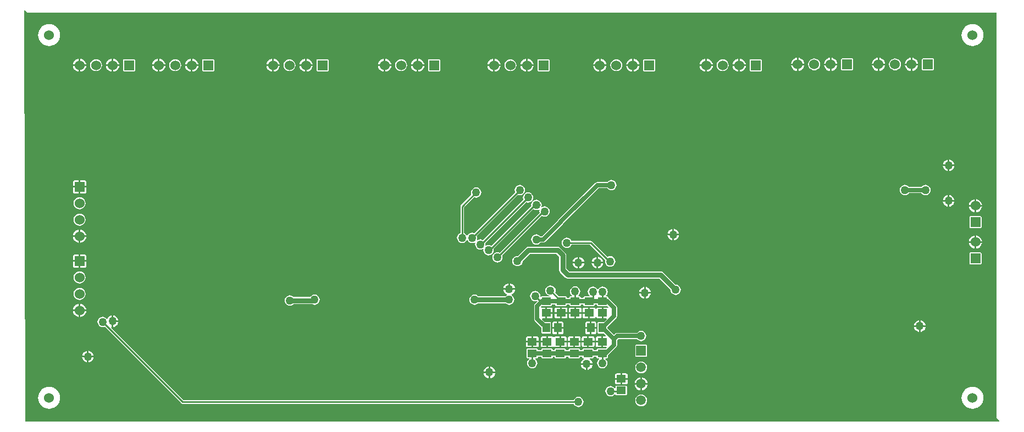
<source format=gbl>
G04 Layer_Physical_Order=2*
G04 Layer_Color=16711680*
%FSLAX25Y25*%
%MOIN*%
G70*
G01*
G75*
%ADD12R,0.05709X0.04528*%
%ADD21C,0.01000*%
%ADD22C,0.02500*%
%ADD23C,0.03000*%
%ADD24C,0.05905*%
%ADD25R,0.05905X0.05905*%
%ADD26C,0.06000*%
%ADD27R,0.06000X0.06000*%
%ADD28R,0.06000X0.06000*%
%ADD29C,0.05000*%
%ADD30R,0.04528X0.05709*%
G36*
X107000Y493500D02*
X694500D01*
Y248000D01*
X696500Y246000D01*
X696000Y245500D01*
X105500D01*
X105001Y494845D01*
X105463Y495037D01*
X107000Y493500D01*
D02*
G37*
%LPC*%
G36*
X138500Y326631D02*
X137560Y326507D01*
X136685Y326145D01*
X135932Y325568D01*
X135355Y324816D01*
X134993Y323940D01*
X134869Y323000D01*
X134993Y322060D01*
X135355Y321184D01*
X135932Y320432D01*
X136685Y319855D01*
X137560Y319493D01*
X138500Y319369D01*
X139440Y319493D01*
X140315Y319855D01*
X141068Y320432D01*
X141645Y321184D01*
X142007Y322060D01*
X142131Y323000D01*
X142007Y323940D01*
X141645Y324816D01*
X141068Y325568D01*
X140315Y326145D01*
X139440Y326507D01*
X138500Y326631D01*
D02*
G37*
G36*
X480803Y323197D02*
X477839D01*
X477893Y322783D01*
X478246Y321932D01*
X478807Y321201D01*
X479538Y320640D01*
X480389Y320287D01*
X480803Y320233D01*
Y323197D01*
D02*
G37*
G36*
X484767D02*
X481803D01*
Y320233D01*
X482217Y320287D01*
X483068Y320640D01*
X483799Y321201D01*
X484360Y321932D01*
X484713Y322783D01*
X484767Y323197D01*
D02*
G37*
G36*
X455185Y314740D02*
X452831D01*
X452441Y314662D01*
X452110Y314441D01*
X451889Y314111D01*
X451847Y313903D01*
X451338D01*
X451296Y314111D01*
X451075Y314441D01*
X450744Y314662D01*
X450354Y314740D01*
X448000D01*
Y311457D01*
Y308173D01*
X450354D01*
X450744Y308251D01*
X451075Y308472D01*
X451296Y308803D01*
X451338Y309010D01*
X451847D01*
X451889Y308803D01*
X452110Y308472D01*
X452441Y308251D01*
X452831Y308173D01*
X455185D01*
Y311457D01*
Y314740D01*
D02*
G37*
G36*
X433354D02*
X431000D01*
Y311957D01*
X434374D01*
Y313720D01*
X434296Y314111D01*
X434075Y314441D01*
X433744Y314662D01*
X433354Y314740D01*
D02*
G37*
G36*
X138000Y316969D02*
X137456Y316897D01*
X136483Y316494D01*
X135647Y315853D01*
X135006Y315017D01*
X134603Y314044D01*
X134531Y313500D01*
X138000D01*
Y316969D01*
D02*
G37*
G36*
X139000D02*
Y313500D01*
X142469D01*
X142397Y314044D01*
X141994Y315017D01*
X141353Y315853D01*
X140517Y316494D01*
X139544Y316897D01*
X139000Y316969D01*
D02*
G37*
G36*
X480803Y327161D02*
X480389Y327107D01*
X479538Y326754D01*
X478807Y326193D01*
X478246Y325462D01*
X477893Y324610D01*
X477839Y324197D01*
X480803D01*
Y327161D01*
D02*
G37*
G36*
X481803D02*
Y324197D01*
X484767D01*
X484713Y324610D01*
X484360Y325462D01*
X483799Y326193D01*
X483068Y326754D01*
X482217Y327107D01*
X481803Y327161D01*
D02*
G37*
G36*
X398500Y329464D02*
X398086Y329410D01*
X397235Y329057D01*
X396504Y328496D01*
X395943Y327765D01*
X395590Y326914D01*
X395536Y326500D01*
X398500D01*
Y329464D01*
D02*
G37*
G36*
X428500Y351641D02*
X410587D01*
X409767Y351478D01*
X409073Y351014D01*
X404131Y346072D01*
X404043Y346083D01*
X403234Y345977D01*
X402480Y345665D01*
X401832Y345168D01*
X401335Y344520D01*
X401023Y343766D01*
X400917Y342957D01*
X401023Y342147D01*
X401335Y341393D01*
X401832Y340746D01*
X402480Y340249D01*
X403234Y339936D01*
X404043Y339830D01*
X404853Y339936D01*
X405607Y340249D01*
X406254Y340746D01*
X406751Y341393D01*
X407063Y342147D01*
X407170Y342957D01*
X407159Y343044D01*
X411474Y347359D01*
X427613D01*
X429359Y345613D01*
Y337500D01*
X429522Y336681D01*
X429986Y335986D01*
X432986Y332986D01*
X433681Y332522D01*
X434500Y332359D01*
X490113D01*
X496885Y325587D01*
X496873Y325500D01*
X496980Y324691D01*
X497292Y323937D01*
X497789Y323289D01*
X498437Y322792D01*
X499191Y322480D01*
X500000Y322373D01*
X500809Y322480D01*
X501563Y322792D01*
X502211Y323289D01*
X502708Y323937D01*
X503020Y324691D01*
X503127Y325500D01*
X503020Y326309D01*
X502708Y327063D01*
X502211Y327711D01*
X501563Y328208D01*
X500809Y328520D01*
X500000Y328627D01*
X499913Y328615D01*
X492514Y336014D01*
X491819Y336478D01*
X491000Y336641D01*
X435387D01*
X433641Y338387D01*
Y346500D01*
X433478Y347319D01*
X433014Y348014D01*
X430014Y351014D01*
X429319Y351478D01*
X428500Y351641D01*
D02*
G37*
G36*
X281000Y322627D02*
X280191Y322520D01*
X279437Y322208D01*
X278789Y321711D01*
X278352Y321141D01*
X268265D01*
X268211Y321211D01*
X267563Y321708D01*
X266809Y322020D01*
X266000Y322127D01*
X265191Y322020D01*
X264437Y321708D01*
X263789Y321211D01*
X263292Y320563D01*
X262980Y319809D01*
X262873Y319000D01*
X262980Y318191D01*
X263292Y317437D01*
X263789Y316789D01*
X264437Y316292D01*
X265191Y315980D01*
X266000Y315873D01*
X266809Y315980D01*
X267563Y316292D01*
X268211Y316789D01*
X268265Y316859D01*
X279350D01*
X279437Y316792D01*
X280191Y316480D01*
X281000Y316373D01*
X281809Y316480D01*
X282563Y316792D01*
X283211Y317289D01*
X283708Y317937D01*
X284020Y318691D01*
X284127Y319500D01*
X284020Y320309D01*
X283708Y321063D01*
X283211Y321711D01*
X282563Y322208D01*
X281809Y322520D01*
X281000Y322627D01*
D02*
G37*
G36*
X424043Y328127D02*
X423234Y328020D01*
X422480Y327708D01*
X421832Y327211D01*
X421336Y326563D01*
X421023Y325809D01*
X420917Y325000D01*
X421023Y324191D01*
X421336Y323437D01*
X421832Y322789D01*
X422480Y322292D01*
X423234Y321980D01*
X423411Y321956D01*
X423378Y321457D01*
X418646D01*
X418351Y321334D01*
X417884Y321617D01*
X417898Y321728D01*
X417792Y322538D01*
X417480Y323292D01*
X416983Y323939D01*
X416335Y324436D01*
X415581Y324749D01*
X414772Y324855D01*
X413962Y324749D01*
X413208Y324436D01*
X412561Y323939D01*
X412064Y323292D01*
X411751Y322538D01*
X411645Y321728D01*
X411751Y320919D01*
X412064Y320165D01*
X412561Y319517D01*
X413208Y319021D01*
X413962Y318708D01*
X414772Y318602D01*
X415581Y318708D01*
X416023Y318891D01*
X416373Y318541D01*
X414666Y316834D01*
X414257Y316222D01*
X414114Y315500D01*
Y307957D01*
X414257Y307235D01*
X414666Y306623D01*
X418543Y302746D01*
Y299646D01*
X418734Y299186D01*
X419193Y298996D01*
X423721D01*
X424180Y299186D01*
X424370Y299646D01*
Y305354D01*
X424180Y305814D01*
X423721Y306004D01*
X420620D01*
X418951Y307673D01*
X419158Y308173D01*
X421000D01*
Y311457D01*
Y314740D01*
X418646D01*
X418607Y314732D01*
X418361Y315193D01*
X418798Y315630D01*
X424354D01*
X424814Y315820D01*
X425004Y316280D01*
Y316657D01*
X426996D01*
Y316280D01*
X427186Y315820D01*
X427646Y315630D01*
X433354D01*
X433813Y315820D01*
X434004Y316280D01*
Y316657D01*
X435496D01*
Y316280D01*
X435686Y315820D01*
X436146Y315630D01*
X441854D01*
X442313Y315820D01*
X442504Y316280D01*
Y316657D01*
X443996D01*
Y316280D01*
X444186Y315820D01*
X444646Y315630D01*
X450354D01*
X450813Y315820D01*
X451004Y316280D01*
Y316657D01*
X452181D01*
Y316280D01*
X452372Y315820D01*
X452831Y315630D01*
X458539D01*
X458655Y315678D01*
X459349Y314984D01*
X459030Y314595D01*
X458929Y314662D01*
X458539Y314740D01*
X456185D01*
Y311457D01*
Y308173D01*
X457842D01*
X458049Y307673D01*
X456380Y306004D01*
X453279D01*
X452820Y305814D01*
X452630Y305354D01*
Y299646D01*
X452820Y299186D01*
X453279Y298996D01*
X456380D01*
X457587Y297789D01*
X457396Y297327D01*
X456000D01*
Y294043D01*
Y290760D01*
X457885D01*
X458092Y290260D01*
X457702Y289870D01*
X452646D01*
X452186Y289680D01*
X451996Y289220D01*
Y288843D01*
X450346D01*
Y289220D01*
X450156Y289680D01*
X449697Y289870D01*
X443988D01*
X443529Y289680D01*
X443339Y289220D01*
Y288843D01*
X442004D01*
Y289220D01*
X441814Y289680D01*
X441354Y289870D01*
X435646D01*
X435186Y289680D01*
X434996Y289220D01*
Y288843D01*
X433504D01*
Y289220D01*
X433314Y289680D01*
X432854Y289870D01*
X427146D01*
X426686Y289680D01*
X426496Y289220D01*
Y288843D01*
X425504D01*
Y289220D01*
X425314Y289680D01*
X424854Y289870D01*
X419146D01*
X418686Y289680D01*
X418496Y289220D01*
Y288843D01*
X416504D01*
Y289220D01*
X416314Y289680D01*
X415854Y289870D01*
X410146D01*
X409687Y289680D01*
X409496Y289220D01*
Y284693D01*
X409687Y284234D01*
X410146Y284044D01*
X411053D01*
X411222Y283543D01*
X410789Y283211D01*
X410292Y282563D01*
X409980Y281809D01*
X409873Y281000D01*
X409980Y280191D01*
X410292Y279437D01*
X410789Y278789D01*
X411437Y278292D01*
X412191Y277980D01*
X413000Y277873D01*
X413809Y277980D01*
X414563Y278292D01*
X415211Y278789D01*
X415708Y279437D01*
X416020Y280191D01*
X416127Y281000D01*
X416020Y281809D01*
X415708Y282563D01*
X415211Y283211D01*
X414778Y283543D01*
X414947Y284044D01*
X415854D01*
X416314Y284234D01*
X416504Y284693D01*
Y285070D01*
X418496D01*
Y284693D01*
X418686Y284234D01*
X419146Y284044D01*
X424854D01*
X425314Y284234D01*
X425504Y284693D01*
Y285070D01*
X426496D01*
Y284693D01*
X426686Y284234D01*
X427146Y284044D01*
X432854D01*
X433314Y284234D01*
X433504Y284693D01*
Y285070D01*
X434996D01*
Y284693D01*
X435186Y284234D01*
X435646Y284044D01*
X441354D01*
X441814Y284234D01*
X442004Y284693D01*
Y285070D01*
X443339D01*
Y284693D01*
X443529Y284234D01*
X443988Y284044D01*
X444086D01*
X444222Y283593D01*
X444217Y283543D01*
X443504Y282996D01*
X442943Y282265D01*
X442590Y281414D01*
X442536Y281000D01*
X449464D01*
X449410Y281414D01*
X449057Y282265D01*
X448496Y282996D01*
X447783Y283543D01*
X447778Y283593D01*
X447915Y284044D01*
X449697D01*
X450156Y284234D01*
X450346Y284693D01*
Y285070D01*
X451996D01*
Y284693D01*
X452186Y284234D01*
X452646Y284044D01*
X453553D01*
X453722Y283543D01*
X453289Y283211D01*
X452792Y282563D01*
X452480Y281809D01*
X452373Y281000D01*
X452480Y280191D01*
X452792Y279437D01*
X453289Y278789D01*
X453937Y278292D01*
X454691Y277980D01*
X455500Y277873D01*
X456309Y277980D01*
X457063Y278292D01*
X457711Y278789D01*
X458208Y279437D01*
X458520Y280191D01*
X458627Y281000D01*
X458520Y281809D01*
X458208Y282563D01*
X457711Y283211D01*
X457278Y283543D01*
X457447Y284044D01*
X458354D01*
X458814Y284234D01*
X459004Y284693D01*
Y285836D01*
X463834Y290666D01*
X464243Y291278D01*
X464386Y292000D01*
Y294762D01*
X465238Y295614D01*
X476540D01*
X476789Y295289D01*
X477437Y294792D01*
X478191Y294480D01*
X479000Y294373D01*
X479809Y294480D01*
X480563Y294792D01*
X481211Y295289D01*
X481708Y295937D01*
X482020Y296691D01*
X482127Y297500D01*
X482020Y298309D01*
X481708Y299063D01*
X481211Y299711D01*
X480563Y300208D01*
X479809Y300520D01*
X479000Y300627D01*
X478191Y300520D01*
X477437Y300208D01*
X476789Y299711D01*
X476540Y299386D01*
X464457D01*
X463735Y299243D01*
X463123Y298834D01*
X462500Y298211D01*
X458457Y302254D01*
Y302746D01*
X463834Y308123D01*
X464243Y308735D01*
X464386Y309457D01*
Y314500D01*
X464243Y315222D01*
X463834Y315834D01*
X459791Y319877D01*
X459189Y320279D01*
Y320807D01*
X458999Y321266D01*
X458539Y321457D01*
X457873D01*
X457704Y321956D01*
X457896Y322104D01*
X458393Y322752D01*
X458705Y323506D01*
X458812Y324315D01*
X458705Y325124D01*
X458393Y325878D01*
X457896Y326526D01*
X457248Y327023D01*
X456494Y327335D01*
X455685Y327442D01*
X454876Y327335D01*
X454122Y327023D01*
X453474Y326526D01*
X453008Y325919D01*
X452730Y325885D01*
X452452Y325917D01*
X451991Y326518D01*
X451343Y327015D01*
X450589Y327327D01*
X449780Y327434D01*
X448970Y327327D01*
X448216Y327015D01*
X447569Y326518D01*
X447072Y325870D01*
X446759Y325116D01*
X446653Y324307D01*
X446759Y323498D01*
X447072Y322744D01*
X447569Y322096D01*
X447751Y321956D01*
X447581Y321457D01*
X444646D01*
X444186Y321266D01*
X443996Y320807D01*
Y320429D01*
X442504D01*
Y320807D01*
X442313Y321266D01*
X441854Y321457D01*
X440947D01*
X440778Y321956D01*
X441211Y322289D01*
X441708Y322937D01*
X442020Y323691D01*
X442127Y324500D01*
X442020Y325309D01*
X441708Y326063D01*
X441211Y326711D01*
X440563Y327208D01*
X439809Y327520D01*
X439000Y327627D01*
X438191Y327520D01*
X437437Y327208D01*
X436789Y326711D01*
X436292Y326063D01*
X435980Y325309D01*
X435873Y324500D01*
X435980Y323691D01*
X436292Y322937D01*
X436789Y322289D01*
X437222Y321956D01*
X437053Y321457D01*
X436146D01*
X435686Y321266D01*
X435496Y320807D01*
Y320429D01*
X434004D01*
Y320807D01*
X433813Y321266D01*
X433354Y321457D01*
X429173D01*
X426881Y323749D01*
X427064Y324191D01*
X427170Y325000D01*
X427064Y325809D01*
X426751Y326563D01*
X426254Y327211D01*
X425607Y327708D01*
X424853Y328020D01*
X424043Y328127D01*
D02*
G37*
G36*
X402464Y325500D02*
X395536D01*
X395590Y325086D01*
X395943Y324235D01*
X396504Y323504D01*
X397235Y322943D01*
X397570Y322804D01*
Y322263D01*
X397437Y322208D01*
X396789Y321711D01*
X396736Y321641D01*
X380264D01*
X380211Y321711D01*
X379563Y322208D01*
X378809Y322520D01*
X378000Y322627D01*
X377191Y322520D01*
X376437Y322208D01*
X375789Y321711D01*
X375292Y321063D01*
X374980Y320309D01*
X374873Y319500D01*
X374980Y318691D01*
X375292Y317937D01*
X375789Y317289D01*
X376437Y316792D01*
X377191Y316480D01*
X378000Y316373D01*
X378809Y316480D01*
X379563Y316792D01*
X380211Y317289D01*
X380264Y317359D01*
X396736D01*
X396789Y317289D01*
X397437Y316792D01*
X398191Y316480D01*
X399000Y316373D01*
X399809Y316480D01*
X400563Y316792D01*
X401211Y317289D01*
X401708Y317937D01*
X402020Y318691D01*
X402127Y319500D01*
X402020Y320309D01*
X401708Y321063D01*
X401211Y321711D01*
X400563Y322208D01*
X400430Y322263D01*
Y322804D01*
X400765Y322943D01*
X401496Y323504D01*
X402057Y324235D01*
X402410Y325086D01*
X402464Y325500D01*
D02*
G37*
G36*
X438500Y310957D02*
X435126D01*
Y309193D01*
X435204Y308803D01*
X435425Y308472D01*
X435755Y308251D01*
X436146Y308173D01*
X438500D01*
Y310957D01*
D02*
G37*
G36*
X442874D02*
X439500D01*
Y308173D01*
X441854D01*
X442244Y308251D01*
X442575Y308472D01*
X442796Y308803D01*
X442874Y309193D01*
Y310957D01*
D02*
G37*
G36*
X447000D02*
X443626D01*
Y309193D01*
X443704Y308803D01*
X443925Y308472D01*
X444255Y308251D01*
X444646Y308173D01*
X447000D01*
Y310957D01*
D02*
G37*
G36*
X434374D02*
X431000D01*
Y308173D01*
X433354D01*
X433744Y308251D01*
X434075Y308472D01*
X434296Y308803D01*
X434374Y309193D01*
Y310957D01*
D02*
G37*
G36*
X158000Y309964D02*
X157586Y309910D01*
X156735Y309557D01*
X156004Y308996D01*
X155443Y308265D01*
X155363Y308072D01*
X154867Y308007D01*
X154711Y308211D01*
X154063Y308708D01*
X153309Y309020D01*
X152500Y309127D01*
X151691Y309020D01*
X150937Y308708D01*
X150289Y308211D01*
X149792Y307563D01*
X149480Y306809D01*
X149373Y306000D01*
X149480Y305191D01*
X149792Y304437D01*
X150289Y303789D01*
X150937Y303292D01*
X151691Y302980D01*
X152500Y302873D01*
X153309Y302980D01*
X153751Y303163D01*
X200207Y256707D01*
X200207Y256707D01*
X200571Y256464D01*
X201000Y256378D01*
X201000Y256379D01*
X438109D01*
X438292Y255937D01*
X438789Y255289D01*
X439437Y254792D01*
X440191Y254480D01*
X441000Y254373D01*
X441809Y254480D01*
X442563Y254792D01*
X443211Y255289D01*
X443708Y255937D01*
X444020Y256691D01*
X444127Y257500D01*
X444020Y258309D01*
X443708Y259063D01*
X443211Y259711D01*
X442563Y260208D01*
X441809Y260520D01*
X441000Y260627D01*
X440191Y260520D01*
X439437Y260208D01*
X438789Y259711D01*
X438292Y259063D01*
X438109Y258622D01*
X201465D01*
X157458Y302628D01*
X157466Y302658D01*
X157721Y303072D01*
X158000Y303036D01*
Y306500D01*
Y309964D01*
D02*
G37*
G36*
X425374Y310957D02*
X422000D01*
Y308173D01*
X424354D01*
X424745Y308251D01*
X425075Y308472D01*
X425296Y308803D01*
X425374Y309193D01*
Y310957D01*
D02*
G37*
G36*
X430000D02*
X426626D01*
Y309193D01*
X426704Y308803D01*
X426925Y308472D01*
X427255Y308251D01*
X427646Y308173D01*
X430000D01*
Y310957D01*
D02*
G37*
G36*
X438500Y314740D02*
X436146D01*
X435755Y314662D01*
X435425Y314441D01*
X435204Y314111D01*
X435126Y313720D01*
Y311957D01*
X438500D01*
Y314740D01*
D02*
G37*
G36*
X441854D02*
X439500D01*
Y311957D01*
X442874D01*
Y313720D01*
X442796Y314111D01*
X442575Y314441D01*
X442244Y314662D01*
X441854Y314740D01*
D02*
G37*
G36*
X424354D02*
X422000D01*
Y311957D01*
X425374D01*
Y313720D01*
X425296Y314111D01*
X425075Y314441D01*
X424745Y314662D01*
X424354Y314740D01*
D02*
G37*
G36*
X430000D02*
X427646D01*
X427255Y314662D01*
X426925Y314441D01*
X426704Y314111D01*
X426626Y313720D01*
Y311957D01*
X430000D01*
Y314740D01*
D02*
G37*
G36*
X138000Y312500D02*
X134531D01*
X134603Y311956D01*
X135006Y310983D01*
X135647Y310147D01*
X136483Y309506D01*
X137456Y309103D01*
X138000Y309031D01*
Y312500D01*
D02*
G37*
G36*
X142469D02*
X139000D01*
Y309031D01*
X139544Y309103D01*
X140517Y309506D01*
X141353Y310147D01*
X141994Y310983D01*
X142397Y311956D01*
X142469Y312500D01*
D02*
G37*
G36*
X447000Y314740D02*
X444646D01*
X444255Y314662D01*
X443925Y314441D01*
X443704Y314111D01*
X443626Y313720D01*
Y311957D01*
X447000D01*
Y314740D01*
D02*
G37*
G36*
X138000Y357500D02*
X134531D01*
X134603Y356956D01*
X135006Y355983D01*
X135647Y355147D01*
X136483Y354506D01*
X137456Y354103D01*
X138000Y354031D01*
Y357500D01*
D02*
G37*
G36*
X142469D02*
X139000D01*
Y354031D01*
X139544Y354103D01*
X140517Y354506D01*
X141353Y355147D01*
X141994Y355983D01*
X142397Y356956D01*
X142469Y357500D01*
D02*
G37*
G36*
X681268Y358469D02*
X680723Y358397D01*
X679750Y357994D01*
X678915Y357353D01*
X678274Y356517D01*
X677871Y355544D01*
X677799Y355000D01*
X681268D01*
Y358469D01*
D02*
G37*
G36*
Y354000D02*
X677799D01*
X677871Y353456D01*
X678274Y352483D01*
X678915Y351647D01*
X679750Y351006D01*
X680723Y350603D01*
X681268Y350531D01*
Y354000D01*
D02*
G37*
G36*
X138000Y347020D02*
X135500D01*
X135110Y346942D01*
X134779Y346721D01*
X134558Y346390D01*
X134480Y346000D01*
Y343500D01*
X138000D01*
Y347020D01*
D02*
G37*
G36*
X141500D02*
X139000D01*
Y343500D01*
X142520D01*
Y346000D01*
X142442Y346390D01*
X142221Y346721D01*
X141890Y346942D01*
X141500Y347020D01*
D02*
G37*
G36*
X685736Y354000D02*
X682268D01*
Y350531D01*
X682812Y350603D01*
X683785Y351006D01*
X684621Y351647D01*
X685262Y352483D01*
X685665Y353456D01*
X685736Y354000D01*
D02*
G37*
G36*
X139000Y361969D02*
Y358500D01*
X142469D01*
X142397Y359044D01*
X141994Y360017D01*
X141353Y360853D01*
X140517Y361494D01*
X139544Y361897D01*
X139000Y361969D01*
D02*
G37*
G36*
X498000Y362464D02*
X497586Y362410D01*
X496735Y362057D01*
X496004Y361496D01*
X495443Y360765D01*
X495090Y359914D01*
X495036Y359500D01*
X498000D01*
Y362464D01*
D02*
G37*
G36*
X499000D02*
Y359500D01*
X501964D01*
X501910Y359914D01*
X501557Y360765D01*
X500996Y361496D01*
X500265Y362057D01*
X499414Y362410D01*
X499000Y362464D01*
D02*
G37*
G36*
X138000Y361969D02*
X137456Y361897D01*
X136483Y361494D01*
X135647Y360853D01*
X135006Y360017D01*
X134603Y359044D01*
X134531Y358500D01*
X138000D01*
Y361969D01*
D02*
G37*
G36*
X682268Y358469D02*
Y355000D01*
X685736D01*
X685665Y355544D01*
X685262Y356517D01*
X684621Y357353D01*
X683785Y357994D01*
X682812Y358397D01*
X682268Y358469D01*
D02*
G37*
G36*
X498000Y358500D02*
X495036D01*
X495090Y358086D01*
X495443Y357235D01*
X496004Y356504D01*
X496735Y355943D01*
X497586Y355590D01*
X498000Y355536D01*
Y358500D01*
D02*
G37*
G36*
X501964D02*
X499000D01*
Y355536D01*
X499414Y355590D01*
X500265Y355943D01*
X500996Y356504D01*
X501557Y357235D01*
X501910Y358086D01*
X501964Y358500D01*
D02*
G37*
G36*
X452000Y341500D02*
X449036D01*
X449090Y341086D01*
X449443Y340235D01*
X450004Y339504D01*
X450735Y338943D01*
X451586Y338590D01*
X452000Y338536D01*
Y341500D01*
D02*
G37*
G36*
X455964D02*
X453000D01*
Y338536D01*
X453414Y338590D01*
X454265Y338943D01*
X454996Y339504D01*
X455557Y340235D01*
X455910Y341086D01*
X455964Y341500D01*
D02*
G37*
G36*
X138000Y342500D02*
X134480D01*
Y340000D01*
X134558Y339610D01*
X134779Y339279D01*
X135110Y339058D01*
X135500Y338980D01*
X138000D01*
Y342500D01*
D02*
G37*
G36*
X444464Y341500D02*
X441500D01*
Y338536D01*
X441914Y338590D01*
X442765Y338943D01*
X443496Y339504D01*
X444057Y340235D01*
X444410Y341086D01*
X444464Y341500D01*
D02*
G37*
G36*
X399500Y329464D02*
Y326500D01*
X402464D01*
X402410Y326914D01*
X402057Y327765D01*
X401496Y328496D01*
X400765Y329057D01*
X399914Y329410D01*
X399500Y329464D01*
D02*
G37*
G36*
X138500Y336631D02*
X137560Y336507D01*
X136685Y336145D01*
X135932Y335567D01*
X135355Y334816D01*
X134993Y333940D01*
X134869Y333000D01*
X134993Y332060D01*
X135355Y331185D01*
X135932Y330433D01*
X136685Y329855D01*
X137560Y329493D01*
X138500Y329369D01*
X139440Y329493D01*
X140315Y329855D01*
X141068Y330433D01*
X141645Y331185D01*
X142007Y332060D01*
X142131Y333000D01*
X142007Y333940D01*
X141645Y334816D01*
X141068Y335567D01*
X140315Y336145D01*
X139440Y336507D01*
X138500Y336631D01*
D02*
G37*
G36*
X440500Y341500D02*
X437536D01*
X437590Y341086D01*
X437943Y340235D01*
X438504Y339504D01*
X439235Y338943D01*
X440086Y338590D01*
X440500Y338536D01*
Y341500D01*
D02*
G37*
G36*
X441500Y345464D02*
Y342500D01*
X444464D01*
X444410Y342914D01*
X444057Y343765D01*
X443496Y344496D01*
X442765Y345057D01*
X441914Y345410D01*
X441500Y345464D01*
D02*
G37*
G36*
X452000D02*
X451586Y345410D01*
X450735Y345057D01*
X450004Y344496D01*
X449443Y343765D01*
X449090Y342914D01*
X449036Y342500D01*
X452000D01*
Y345464D01*
D02*
G37*
G36*
X453000D02*
Y342500D01*
X455964D01*
X455910Y342914D01*
X455557Y343765D01*
X454996Y344496D01*
X454265Y345057D01*
X453414Y345410D01*
X453000Y345464D01*
D02*
G37*
G36*
X440500D02*
X440086Y345410D01*
X439235Y345057D01*
X438504Y344496D01*
X437943Y343765D01*
X437590Y342914D01*
X437536Y342500D01*
X440500D01*
Y345464D01*
D02*
G37*
G36*
X142520Y342500D02*
X139000D01*
Y338980D01*
X141500D01*
X141890Y339058D01*
X142221Y339279D01*
X142442Y339610D01*
X142520Y340000D01*
Y342500D01*
D02*
G37*
G36*
X434000Y357127D02*
X433191Y357020D01*
X432437Y356708D01*
X431789Y356211D01*
X431292Y355563D01*
X430980Y354809D01*
X430873Y354000D01*
X430980Y353191D01*
X431292Y352437D01*
X431789Y351789D01*
X432437Y351292D01*
X433191Y350980D01*
X434000Y350873D01*
X434809Y350980D01*
X435563Y351292D01*
X436211Y351789D01*
X436708Y352437D01*
X436891Y352878D01*
X448035D01*
X457267Y343647D01*
X457232Y343561D01*
X457125Y342752D01*
X457232Y341943D01*
X457544Y341189D01*
X458041Y340541D01*
X458689Y340044D01*
X459443Y339732D01*
X460252Y339625D01*
X461061Y339732D01*
X461815Y340044D01*
X462463Y340541D01*
X462960Y341189D01*
X463272Y341943D01*
X463379Y342752D01*
X463272Y343561D01*
X462960Y344315D01*
X462463Y344963D01*
X461815Y345460D01*
X461061Y345772D01*
X460252Y345879D01*
X459443Y345772D01*
X458689Y345460D01*
X458653Y345433D01*
X449293Y354793D01*
X448929Y355036D01*
X448500Y355122D01*
X448500Y355121D01*
X436891D01*
X436708Y355563D01*
X436211Y356211D01*
X435563Y356708D01*
X434809Y357020D01*
X434000Y357127D01*
D02*
G37*
G36*
X684768Y348149D02*
X678768D01*
X678308Y347959D01*
X678118Y347500D01*
Y341500D01*
X678308Y341041D01*
X678768Y340851D01*
X684768D01*
X685227Y341041D01*
X685417Y341500D01*
Y347500D01*
X685227Y347959D01*
X684768Y348149D01*
D02*
G37*
G36*
X159000Y309964D02*
Y307000D01*
X161964D01*
X161910Y307414D01*
X161557Y308265D01*
X160996Y308996D01*
X160265Y309557D01*
X159414Y309910D01*
X159000Y309964D01*
D02*
G37*
G36*
X449464Y280000D02*
X446500D01*
Y277036D01*
X446914Y277090D01*
X447765Y277443D01*
X448496Y278004D01*
X449057Y278735D01*
X449410Y279586D01*
X449464Y280000D01*
D02*
G37*
G36*
X143000Y284500D02*
X140036D01*
X140090Y284086D01*
X140443Y283235D01*
X141004Y282504D01*
X141735Y281943D01*
X142586Y281590D01*
X143000Y281536D01*
Y284500D01*
D02*
G37*
G36*
X146964D02*
X144000D01*
Y281536D01*
X144414Y281590D01*
X145265Y281943D01*
X145996Y282504D01*
X146557Y283235D01*
X146910Y284086D01*
X146964Y284500D01*
D02*
G37*
G36*
X445500Y280000D02*
X442536D01*
X442590Y279586D01*
X442943Y278735D01*
X443504Y278004D01*
X444235Y277443D01*
X445086Y277090D01*
X445500Y277036D01*
Y280000D01*
D02*
G37*
G36*
X479000Y282083D02*
X478073Y281961D01*
X477208Y281603D01*
X476466Y281034D01*
X475897Y280292D01*
X475539Y279427D01*
X475417Y278500D01*
X475539Y277573D01*
X475897Y276708D01*
X476466Y275966D01*
X477208Y275397D01*
X478073Y275039D01*
X479000Y274917D01*
X479927Y275039D01*
X480792Y275397D01*
X481534Y275966D01*
X482103Y276708D01*
X482461Y277573D01*
X482583Y278500D01*
X482461Y279427D01*
X482103Y280292D01*
X481534Y281034D01*
X480792Y281603D01*
X479927Y281961D01*
X479000Y282083D01*
D02*
G37*
G36*
X386543Y278921D02*
X386130Y278867D01*
X385278Y278514D01*
X384547Y277953D01*
X383986Y277222D01*
X383633Y276370D01*
X383579Y275957D01*
X386543D01*
Y278921D01*
D02*
G37*
G36*
X387543D02*
Y275957D01*
X390508D01*
X390453Y276370D01*
X390101Y277222D01*
X389540Y277953D01*
X388808Y278514D01*
X387957Y278867D01*
X387543Y278921D01*
D02*
G37*
G36*
X416874Y293543D02*
X413500D01*
Y290760D01*
X415854D01*
X416245Y290838D01*
X416575Y291059D01*
X416796Y291389D01*
X416874Y291779D01*
Y293543D01*
D02*
G37*
G36*
X421500D02*
X418126D01*
Y291779D01*
X418204Y291389D01*
X418425Y291059D01*
X418755Y290838D01*
X419146Y290760D01*
X421500D01*
Y293543D01*
D02*
G37*
G36*
X433874D02*
X430500D01*
Y290760D01*
X432854D01*
X433245Y290838D01*
X433575Y291059D01*
X433796Y291389D01*
X433874Y291779D01*
Y293543D01*
D02*
G37*
G36*
X412500D02*
X409126D01*
Y291779D01*
X409204Y291389D01*
X409425Y291059D01*
X409756Y290838D01*
X410146Y290760D01*
X412500D01*
Y293543D01*
D02*
G37*
G36*
X481953Y292102D02*
X476047D01*
X475588Y291912D01*
X475398Y291453D01*
Y285547D01*
X475588Y285088D01*
X476047Y284898D01*
X481953D01*
X482412Y285088D01*
X482602Y285547D01*
Y291453D01*
X482412Y291912D01*
X481953Y292102D01*
D02*
G37*
G36*
X143000Y288464D02*
X142586Y288410D01*
X141735Y288057D01*
X141004Y287496D01*
X140443Y286765D01*
X140090Y285914D01*
X140036Y285500D01*
X143000D01*
Y288464D01*
D02*
G37*
G36*
X144000D02*
Y285500D01*
X146964D01*
X146910Y285914D01*
X146557Y286765D01*
X145996Y287496D01*
X145265Y288057D01*
X144414Y288410D01*
X144000Y288464D01*
D02*
G37*
G36*
X120000Y266679D02*
X119969Y266666D01*
X119936Y266675D01*
X118760Y266560D01*
X118702Y266528D01*
X118635Y266535D01*
X117504Y266192D01*
X117453Y266149D01*
X117387Y266143D01*
X116344Y265586D01*
X116302Y265534D01*
X116238Y265515D01*
X115325Y264765D01*
X115294Y264706D01*
X115235Y264675D01*
X114485Y263761D01*
X114466Y263698D01*
X114414Y263656D01*
X113857Y262613D01*
X113851Y262547D01*
X113808Y262496D01*
X113465Y261365D01*
X113472Y261298D01*
X113441Y261240D01*
X113325Y260064D01*
X113344Y260000D01*
X113325Y259936D01*
X113441Y258760D01*
X113472Y258701D01*
X113465Y258635D01*
X113808Y257504D01*
X113851Y257453D01*
X113857Y257387D01*
X114414Y256344D01*
X114466Y256302D01*
X114485Y256239D01*
X115235Y255325D01*
X115294Y255293D01*
X115325Y255235D01*
X116238Y254485D01*
X116302Y254466D01*
X116344Y254414D01*
X117387Y253857D01*
X117453Y253851D01*
X117504Y253808D01*
X118635Y253465D01*
X118702Y253472D01*
X118760Y253440D01*
X119936Y253325D01*
X119969Y253334D01*
X120000Y253322D01*
X120031Y253334D01*
X120064Y253325D01*
X121240Y253440D01*
X121299Y253472D01*
X121365Y253465D01*
X122496Y253808D01*
X122547Y253851D01*
X122613Y253857D01*
X123656Y254414D01*
X123698Y254466D01*
X123762Y254485D01*
X124675Y255235D01*
X124706Y255293D01*
X124765Y255325D01*
X125515Y256239D01*
X125534Y256302D01*
X125586Y256344D01*
X126143Y257387D01*
X126149Y257453D01*
X126192Y257504D01*
X126535Y258635D01*
X126528Y258701D01*
X126559Y258760D01*
X126675Y259936D01*
X126656Y260000D01*
X126675Y260064D01*
X126559Y261240D01*
X126528Y261298D01*
X126535Y261365D01*
X126192Y262496D01*
X126149Y262547D01*
X126143Y262613D01*
X125586Y263656D01*
X125534Y263698D01*
X125515Y263761D01*
X124765Y264675D01*
X124706Y264706D01*
X124675Y264765D01*
X123762Y265515D01*
X123698Y265534D01*
X123656Y265586D01*
X122613Y266143D01*
X122547Y266149D01*
X122496Y266192D01*
X121365Y266535D01*
X121299Y266528D01*
X121240Y266560D01*
X120064Y266675D01*
X120031Y266666D01*
X120000Y266679D01*
D02*
G37*
G36*
X680000D02*
X679969Y266666D01*
X679936Y266675D01*
X678760Y266560D01*
X678701Y266528D01*
X678635Y266535D01*
X677504Y266192D01*
X677453Y266149D01*
X677387Y266143D01*
X676344Y265586D01*
X676302Y265534D01*
X676238Y265515D01*
X675325Y264765D01*
X675293Y264706D01*
X675235Y264675D01*
X674485Y263761D01*
X674466Y263698D01*
X674414Y263656D01*
X673857Y262613D01*
X673851Y262547D01*
X673808Y262496D01*
X673465Y261365D01*
X673472Y261298D01*
X673441Y261240D01*
X673325Y260064D01*
X673344Y260000D01*
X673325Y259936D01*
X673441Y258760D01*
X673472Y258701D01*
X673465Y258635D01*
X673808Y257504D01*
X673851Y257453D01*
X673857Y257387D01*
X674414Y256344D01*
X674466Y256302D01*
X674485Y256239D01*
X675235Y255325D01*
X675293Y255293D01*
X675325Y255235D01*
X676238Y254485D01*
X676302Y254466D01*
X676344Y254414D01*
X677387Y253857D01*
X677453Y253851D01*
X677504Y253808D01*
X678635Y253465D01*
X678701Y253472D01*
X678760Y253440D01*
X679936Y253325D01*
X679969Y253334D01*
X680000Y253322D01*
X680031Y253334D01*
X680064Y253325D01*
X681240Y253440D01*
X681298Y253472D01*
X681365Y253465D01*
X682496Y253808D01*
X682547Y253851D01*
X682613Y253857D01*
X683656Y254414D01*
X683698Y254466D01*
X683762Y254485D01*
X684675Y255235D01*
X684706Y255293D01*
X684765Y255325D01*
X685515Y256239D01*
X685534Y256302D01*
X685586Y256344D01*
X686143Y257387D01*
X686149Y257453D01*
X686192Y257504D01*
X686535Y258635D01*
X686528Y258701D01*
X686559Y258760D01*
X686675Y259936D01*
X686656Y260000D01*
X686675Y260064D01*
X686559Y261240D01*
X686528Y261298D01*
X686535Y261365D01*
X686192Y262496D01*
X686149Y262547D01*
X686143Y262613D01*
X685586Y263656D01*
X685534Y263698D01*
X685515Y263761D01*
X684765Y264675D01*
X684706Y264706D01*
X684675Y264765D01*
X683762Y265515D01*
X683698Y265534D01*
X683656Y265586D01*
X682613Y266143D01*
X682547Y266149D01*
X682496Y266192D01*
X681365Y266535D01*
X681298Y266528D01*
X681240Y266560D01*
X680064Y266675D01*
X680031Y266666D01*
X680000Y266679D01*
D02*
G37*
G36*
X466500Y271043D02*
X463126D01*
Y269280D01*
X463204Y268889D01*
X463425Y268559D01*
X463756Y268338D01*
X464146Y268260D01*
X466500D01*
Y271043D01*
D02*
G37*
G36*
X469854Y267370D02*
X464146D01*
X463687Y267180D01*
X463496Y266721D01*
Y266009D01*
X462996Y265839D01*
X462711Y266211D01*
X462063Y266708D01*
X461309Y267020D01*
X460500Y267127D01*
X459691Y267020D01*
X458937Y266708D01*
X458289Y266211D01*
X457792Y265563D01*
X457480Y264809D01*
X457373Y264000D01*
X457480Y263191D01*
X457792Y262437D01*
X458289Y261789D01*
X458937Y261292D01*
X459691Y260980D01*
X460500Y260873D01*
X461309Y260980D01*
X462063Y261292D01*
X462711Y261789D01*
X463005Y262172D01*
X463147Y262178D01*
X463551Y262062D01*
X463687Y261734D01*
X464146Y261543D01*
X469854D01*
X470314Y261734D01*
X470504Y262193D01*
Y266721D01*
X470314Y267180D01*
X469854Y267370D01*
D02*
G37*
G36*
X479000Y262083D02*
X478073Y261961D01*
X477208Y261603D01*
X476466Y261034D01*
X475897Y260292D01*
X475539Y259427D01*
X475417Y258500D01*
X475539Y257573D01*
X475897Y256708D01*
X476466Y255966D01*
X477208Y255397D01*
X478073Y255039D01*
X479000Y254917D01*
X479927Y255039D01*
X480792Y255397D01*
X481534Y255966D01*
X482103Y256708D01*
X482461Y257573D01*
X482583Y258500D01*
X482461Y259427D01*
X482103Y260292D01*
X481534Y261034D01*
X480792Y261603D01*
X479927Y261961D01*
X479000Y262083D01*
D02*
G37*
G36*
X478500Y268000D02*
X475079D01*
X475149Y267468D01*
X475547Y266507D01*
X476181Y265681D01*
X477007Y265047D01*
X477968Y264649D01*
X478500Y264579D01*
Y268000D01*
D02*
G37*
G36*
X482921D02*
X479500D01*
Y264579D01*
X480032Y264649D01*
X480993Y265047D01*
X481819Y265681D01*
X482453Y266507D01*
X482851Y267468D01*
X482921Y268000D01*
D02*
G37*
G36*
X390508Y274957D02*
X387543D01*
Y271992D01*
X387957Y272047D01*
X388808Y272399D01*
X389540Y272960D01*
X390101Y273692D01*
X390453Y274543D01*
X390508Y274957D01*
D02*
G37*
G36*
X466500Y274827D02*
X464146D01*
X463756Y274749D01*
X463425Y274528D01*
X463204Y274197D01*
X463126Y273807D01*
Y272043D01*
X466500D01*
Y274827D01*
D02*
G37*
G36*
X469854D02*
X467500D01*
Y272043D01*
X470874D01*
Y273807D01*
X470796Y274197D01*
X470575Y274528D01*
X470245Y274749D01*
X469854Y274827D01*
D02*
G37*
G36*
X386543Y274957D02*
X383579D01*
X383633Y274543D01*
X383986Y273692D01*
X384547Y272960D01*
X385278Y272399D01*
X386130Y272047D01*
X386543Y271992D01*
Y274957D01*
D02*
G37*
G36*
X470874Y271043D02*
X467500D01*
Y268260D01*
X469854D01*
X470245Y268338D01*
X470575Y268559D01*
X470796Y268889D01*
X470874Y269280D01*
Y271043D01*
D02*
G37*
G36*
X478500Y272421D02*
X477968Y272351D01*
X477007Y271953D01*
X476181Y271319D01*
X475547Y270493D01*
X475149Y269532D01*
X475079Y269000D01*
X478500D01*
Y272421D01*
D02*
G37*
G36*
X479500D02*
Y269000D01*
X482921D01*
X482851Y269532D01*
X482453Y270493D01*
X481819Y271319D01*
X480993Y271953D01*
X480032Y272351D01*
X479500Y272421D01*
D02*
G37*
G36*
X451740Y302000D02*
X448957D01*
Y298626D01*
X450721D01*
X451111Y298704D01*
X451441Y298925D01*
X451662Y299255D01*
X451740Y299646D01*
Y302000D01*
D02*
G37*
G36*
X647500Y303000D02*
X644536D01*
X644590Y302586D01*
X644943Y301735D01*
X645504Y301004D01*
X646235Y300443D01*
X647086Y300090D01*
X647500Y300036D01*
Y303000D01*
D02*
G37*
G36*
X651464D02*
X648500D01*
Y300036D01*
X648914Y300090D01*
X649765Y300443D01*
X650496Y301004D01*
X651057Y301735D01*
X651410Y302586D01*
X651464Y303000D01*
D02*
G37*
G36*
X447957Y302000D02*
X445173D01*
Y299646D01*
X445251Y299255D01*
X445472Y298925D01*
X445803Y298704D01*
X446193Y298626D01*
X447957D01*
Y302000D01*
D02*
G37*
G36*
X429500Y297327D02*
X427146D01*
X426756Y297249D01*
X426425Y297028D01*
X426278Y296808D01*
X426115Y296771D01*
X425885D01*
X425722Y296808D01*
X425575Y297028D01*
X425245Y297249D01*
X424854Y297327D01*
X422500D01*
Y294043D01*
Y290760D01*
X424854D01*
X425245Y290838D01*
X425575Y291059D01*
X425722Y291279D01*
X425885Y291316D01*
X426115D01*
X426278Y291279D01*
X426425Y291059D01*
X426756Y290838D01*
X427146Y290760D01*
X429500D01*
Y294043D01*
Y297327D01*
D02*
G37*
G36*
X428043Y302000D02*
X425260D01*
Y299646D01*
X425338Y299255D01*
X425559Y298925D01*
X425889Y298704D01*
X426279Y298626D01*
X428043D01*
Y302000D01*
D02*
G37*
G36*
X431827D02*
X429043D01*
Y298626D01*
X430807D01*
X431197Y298704D01*
X431528Y298925D01*
X431749Y299255D01*
X431827Y299646D01*
Y302000D01*
D02*
G37*
G36*
X161964Y306000D02*
X159000D01*
Y303036D01*
X159414Y303090D01*
X160265Y303443D01*
X160996Y304004D01*
X161557Y304735D01*
X161910Y305586D01*
X161964Y306000D01*
D02*
G37*
G36*
X647500Y306964D02*
X647086Y306910D01*
X646235Y306557D01*
X645504Y305996D01*
X644943Y305265D01*
X644590Y304414D01*
X644536Y304000D01*
X647500D01*
Y306964D01*
D02*
G37*
G36*
X648500D02*
Y304000D01*
X651464D01*
X651410Y304414D01*
X651057Y305265D01*
X650496Y305996D01*
X649765Y306557D01*
X648914Y306910D01*
X648500Y306964D01*
D02*
G37*
G36*
X450721Y306374D02*
X448957D01*
Y303000D01*
X451740D01*
Y305354D01*
X451662Y305745D01*
X451441Y306075D01*
X451111Y306296D01*
X450721Y306374D01*
D02*
G37*
G36*
X447957D02*
X446193D01*
X445803Y306296D01*
X445472Y306075D01*
X445251Y305745D01*
X445173Y305354D01*
Y303000D01*
X447957D01*
Y306374D01*
D02*
G37*
G36*
X428043Y306374D02*
X426279D01*
X425889Y306296D01*
X425559Y306075D01*
X425338Y305745D01*
X425260Y305354D01*
Y303000D01*
X428043D01*
Y306374D01*
D02*
G37*
G36*
X430807D02*
X429043D01*
Y303000D01*
X431827D01*
Y305354D01*
X431749Y305745D01*
X431528Y306075D01*
X431197Y306296D01*
X430807Y306374D01*
D02*
G37*
G36*
X455000Y293543D02*
X451626D01*
Y291779D01*
X451704Y291389D01*
X451925Y291059D01*
X452255Y290838D01*
X452646Y290760D01*
X455000D01*
Y293543D01*
D02*
G37*
G36*
X412500Y297327D02*
X410146D01*
X409756Y297249D01*
X409425Y297028D01*
X409204Y296697D01*
X409126Y296307D01*
Y294543D01*
X412500D01*
Y297327D01*
D02*
G37*
G36*
X415854D02*
X413500D01*
Y294543D01*
X416874D01*
Y296307D01*
X416796Y296697D01*
X416575Y297028D01*
X416245Y297249D01*
X415854Y297327D01*
D02*
G37*
G36*
X450716Y293543D02*
X447342D01*
Y290760D01*
X449697D01*
X450087Y290838D01*
X450418Y291059D01*
X450639Y291389D01*
X450716Y291779D01*
Y293543D01*
D02*
G37*
G36*
X438000D02*
X434626D01*
Y291779D01*
X434704Y291389D01*
X434925Y291059D01*
X435255Y290838D01*
X435646Y290760D01*
X438000D01*
Y293543D01*
D02*
G37*
G36*
X442374D02*
X439000D01*
Y290760D01*
X441354D01*
X441745Y290838D01*
X442075Y291059D01*
X442296Y291389D01*
X442374Y291779D01*
Y293543D01*
D02*
G37*
G36*
X446343D02*
X442969D01*
Y291779D01*
X443046Y291389D01*
X443267Y291059D01*
X443598Y290838D01*
X443988Y290760D01*
X446343D01*
Y293543D01*
D02*
G37*
G36*
Y297327D02*
X443988D01*
X443598Y297249D01*
X443267Y297028D01*
X443046Y296697D01*
X442969Y296307D01*
Y294543D01*
X446343D01*
Y297327D01*
D02*
G37*
G36*
X449697D02*
X447342D01*
Y294543D01*
X450716D01*
Y296307D01*
X450639Y296697D01*
X450418Y297028D01*
X450087Y297249D01*
X449697Y297327D01*
D02*
G37*
G36*
X455000D02*
X452646D01*
X452255Y297249D01*
X451925Y297028D01*
X451704Y296697D01*
X451626Y296307D01*
Y294543D01*
X455000D01*
Y297327D01*
D02*
G37*
G36*
X441354D02*
X439000D01*
Y294543D01*
X442374D01*
Y296307D01*
X442296Y296697D01*
X442075Y297028D01*
X441745Y297249D01*
X441354Y297327D01*
D02*
G37*
G36*
X421500D02*
X419146D01*
X418755Y297249D01*
X418425Y297028D01*
X418204Y296697D01*
X418126Y296307D01*
Y294543D01*
X421500D01*
Y297327D01*
D02*
G37*
G36*
X432854D02*
X430500D01*
Y294543D01*
X433874D01*
Y296307D01*
X433796Y296697D01*
X433575Y297028D01*
X433245Y297249D01*
X432854Y297327D01*
D02*
G37*
G36*
X438000D02*
X435646D01*
X435255Y297249D01*
X434925Y297028D01*
X434704Y296697D01*
X434626Y296307D01*
Y294543D01*
X438000D01*
Y297327D01*
D02*
G37*
G36*
X633000Y465871D02*
X632060Y465747D01*
X631184Y465385D01*
X630432Y464808D01*
X629855Y464056D01*
X629493Y463180D01*
X629369Y462240D01*
X629493Y461300D01*
X629855Y460425D01*
X630432Y459673D01*
X631184Y459096D01*
X632060Y458733D01*
X633000Y458609D01*
X633940Y458733D01*
X634816Y459096D01*
X635568Y459673D01*
X636145Y460425D01*
X636507Y461300D01*
X636631Y462240D01*
X636507Y463180D01*
X636145Y464056D01*
X635568Y464808D01*
X634816Y465385D01*
X633940Y465747D01*
X633000Y465871D01*
D02*
G37*
G36*
X186000Y465709D02*
X185456Y465637D01*
X184483Y465234D01*
X183647Y464593D01*
X183006Y463757D01*
X182603Y462784D01*
X182531Y462240D01*
X186000D01*
Y465709D01*
D02*
G37*
G36*
X206000D02*
X205456Y465637D01*
X204483Y465234D01*
X203647Y464593D01*
X203006Y463757D01*
X202603Y462784D01*
X202531Y462240D01*
X206000D01*
Y465709D01*
D02*
G37*
G36*
X584000Y465871D02*
X583060Y465747D01*
X582185Y465385D01*
X581432Y464808D01*
X580855Y464056D01*
X580493Y463180D01*
X580369Y462240D01*
X580493Y461300D01*
X580855Y460425D01*
X581432Y459673D01*
X582185Y459096D01*
X583060Y458733D01*
X584000Y458609D01*
X584940Y458733D01*
X585815Y459096D01*
X586567Y459673D01*
X587145Y460425D01*
X587507Y461300D01*
X587631Y462240D01*
X587507Y463180D01*
X587145Y464056D01*
X586567Y464808D01*
X585815Y465385D01*
X584940Y465747D01*
X584000Y465871D01*
D02*
G37*
G36*
X646969Y461740D02*
X643500D01*
Y458272D01*
X644044Y458343D01*
X645017Y458746D01*
X645853Y459387D01*
X646494Y460223D01*
X646897Y461196D01*
X646969Y461740D01*
D02*
G37*
G36*
X607000Y465890D02*
X601000D01*
X600541Y465699D01*
X600351Y465240D01*
Y459240D01*
X600541Y458781D01*
X601000Y458591D01*
X607000D01*
X607459Y458781D01*
X607649Y459240D01*
Y465240D01*
X607459Y465699D01*
X607000Y465890D01*
D02*
G37*
G36*
X656000D02*
X650000D01*
X649541Y465699D01*
X649351Y465240D01*
Y459240D01*
X649541Y458781D01*
X650000Y458591D01*
X656000D01*
X656459Y458781D01*
X656649Y459240D01*
Y465240D01*
X656459Y465699D01*
X656000Y465890D01*
D02*
G37*
G36*
X389260Y465709D02*
X388716Y465637D01*
X387743Y465234D01*
X386907Y464593D01*
X386266Y463757D01*
X385863Y462784D01*
X385791Y462240D01*
X389260D01*
Y465709D01*
D02*
G37*
G36*
X409260D02*
X408716Y465637D01*
X407743Y465234D01*
X406907Y464593D01*
X406266Y463757D01*
X405863Y462784D01*
X405791Y462240D01*
X409260D01*
Y465709D01*
D02*
G37*
G36*
X453500D02*
X452956Y465637D01*
X451983Y465234D01*
X451147Y464593D01*
X450506Y463757D01*
X450103Y462784D01*
X450031Y462240D01*
X453500D01*
Y465709D01*
D02*
G37*
G36*
X343000D02*
X342456Y465637D01*
X341483Y465234D01*
X340647Y464593D01*
X340006Y463757D01*
X339603Y462784D01*
X339531Y462240D01*
X343000D01*
Y465709D01*
D02*
G37*
G36*
X255260D02*
X254716Y465637D01*
X253743Y465234D01*
X252907Y464593D01*
X252266Y463757D01*
X251863Y462784D01*
X251791Y462240D01*
X255260D01*
Y465709D01*
D02*
G37*
G36*
X275260D02*
X274716Y465637D01*
X273743Y465234D01*
X272907Y464593D01*
X272266Y463757D01*
X271863Y462784D01*
X271791Y462240D01*
X275260D01*
Y465709D01*
D02*
G37*
G36*
X323000D02*
X322456Y465637D01*
X321483Y465234D01*
X320647Y464593D01*
X320006Y463757D01*
X319603Y462784D01*
X319531Y462240D01*
X323000D01*
Y465709D01*
D02*
G37*
G36*
X464000Y465371D02*
X463060Y465247D01*
X462184Y464885D01*
X461433Y464308D01*
X460855Y463556D01*
X460493Y462680D01*
X460369Y461740D01*
X460493Y460800D01*
X460855Y459925D01*
X461433Y459173D01*
X462184Y458596D01*
X463060Y458233D01*
X464000Y458109D01*
X464940Y458233D01*
X465815Y458596D01*
X466568Y459173D01*
X467145Y459925D01*
X467507Y460800D01*
X467631Y461740D01*
X467507Y462680D01*
X467145Y463556D01*
X466568Y464308D01*
X465815Y464885D01*
X464940Y465247D01*
X464000Y465371D01*
D02*
G37*
G36*
X528500D02*
X527560Y465247D01*
X526685Y464885D01*
X525933Y464308D01*
X525355Y463556D01*
X524993Y462680D01*
X524869Y461740D01*
X524993Y460800D01*
X525355Y459925D01*
X525933Y459173D01*
X526685Y458596D01*
X527560Y458233D01*
X528500Y458109D01*
X529440Y458233D01*
X530315Y458596D01*
X531068Y459173D01*
X531645Y459925D01*
X532007Y460800D01*
X532131Y461740D01*
X532007Y462680D01*
X531645Y463556D01*
X531068Y464308D01*
X530315Y464885D01*
X529440Y465247D01*
X528500Y465371D01*
D02*
G37*
G36*
X148500Y465371D02*
X147560Y465247D01*
X146685Y464885D01*
X145932Y464308D01*
X145355Y463556D01*
X144993Y462680D01*
X144869Y461740D01*
X144993Y460800D01*
X145355Y459925D01*
X145932Y459173D01*
X146685Y458596D01*
X147560Y458233D01*
X148500Y458109D01*
X149440Y458233D01*
X150315Y458596D01*
X151068Y459173D01*
X151645Y459925D01*
X152007Y460800D01*
X152131Y461740D01*
X152007Y462680D01*
X151645Y463556D01*
X151068Y464308D01*
X150315Y464885D01*
X149440Y465247D01*
X148500Y465371D01*
D02*
G37*
G36*
X399760Y465371D02*
X398820Y465247D01*
X397944Y464885D01*
X397192Y464308D01*
X396615Y463556D01*
X396252Y462680D01*
X396129Y461740D01*
X396252Y460800D01*
X396615Y459925D01*
X397192Y459173D01*
X397944Y458596D01*
X398820Y458233D01*
X399760Y458109D01*
X400700Y458233D01*
X401575Y458596D01*
X402327Y459173D01*
X402904Y459925D01*
X403267Y460800D01*
X403391Y461740D01*
X403267Y462680D01*
X402904Y463556D01*
X402327Y464308D01*
X401575Y464885D01*
X400700Y465247D01*
X399760Y465371D01*
D02*
G37*
G36*
X196500D02*
X195560Y465247D01*
X194685Y464885D01*
X193932Y464308D01*
X193355Y463556D01*
X192993Y462680D01*
X192869Y461740D01*
X192993Y460800D01*
X193355Y459925D01*
X193932Y459173D01*
X194685Y458596D01*
X195560Y458233D01*
X196500Y458109D01*
X197440Y458233D01*
X198316Y458596D01*
X199068Y459173D01*
X199645Y459925D01*
X200007Y460800D01*
X200131Y461740D01*
X200007Y462680D01*
X199645Y463556D01*
X199068Y464308D01*
X198316Y464885D01*
X197440Y465247D01*
X196500Y465371D01*
D02*
G37*
G36*
X265760D02*
X264820Y465247D01*
X263944Y464885D01*
X263192Y464308D01*
X262615Y463556D01*
X262252Y462680D01*
X262129Y461740D01*
X262252Y460800D01*
X262615Y459925D01*
X263192Y459173D01*
X263944Y458596D01*
X264820Y458233D01*
X265760Y458109D01*
X266700Y458233D01*
X267575Y458596D01*
X268327Y459173D01*
X268904Y459925D01*
X269267Y460800D01*
X269391Y461740D01*
X269267Y462680D01*
X268904Y463556D01*
X268327Y464308D01*
X267575Y464885D01*
X266700Y465247D01*
X265760Y465371D01*
D02*
G37*
G36*
X333500D02*
X332560Y465247D01*
X331684Y464885D01*
X330932Y464308D01*
X330355Y463556D01*
X329993Y462680D01*
X329869Y461740D01*
X329993Y460800D01*
X330355Y459925D01*
X330932Y459173D01*
X331684Y458596D01*
X332560Y458233D01*
X333500Y458109D01*
X334440Y458233D01*
X335315Y458596D01*
X336068Y459173D01*
X336645Y459925D01*
X337007Y460800D01*
X337131Y461740D01*
X337007Y462680D01*
X336645Y463556D01*
X336068Y464308D01*
X335315Y464885D01*
X334440Y465247D01*
X333500Y465371D01*
D02*
G37*
G36*
X577969Y461740D02*
X574500D01*
Y458272D01*
X575044Y458343D01*
X576017Y458746D01*
X576853Y459387D01*
X577494Y460223D01*
X577897Y461196D01*
X577969Y461740D01*
D02*
G37*
G36*
X597969D02*
X594500D01*
Y458272D01*
X595044Y458343D01*
X596017Y458746D01*
X596853Y459387D01*
X597494Y460223D01*
X597897Y461196D01*
X597969Y461740D01*
D02*
G37*
G36*
X626969D02*
X623500D01*
Y458272D01*
X624044Y458343D01*
X625017Y458746D01*
X625853Y459387D01*
X626494Y460223D01*
X626897Y461196D01*
X626969Y461740D01*
D02*
G37*
G36*
X642500D02*
X639031D01*
X639103Y461196D01*
X639506Y460223D01*
X640147Y459387D01*
X640983Y458746D01*
X641956Y458343D01*
X642500Y458272D01*
Y461740D01*
D02*
G37*
G36*
X573500D02*
X570031D01*
X570103Y461196D01*
X570506Y460223D01*
X571147Y459387D01*
X571983Y458746D01*
X572956Y458343D01*
X573500Y458272D01*
Y461740D01*
D02*
G37*
G36*
X593500D02*
X590031D01*
X590103Y461196D01*
X590506Y460223D01*
X591147Y459387D01*
X591983Y458746D01*
X592956Y458343D01*
X593500Y458272D01*
Y461740D01*
D02*
G37*
G36*
X622500D02*
X619031D01*
X619103Y461196D01*
X619506Y460223D01*
X620147Y459387D01*
X620983Y458746D01*
X621956Y458343D01*
X622500Y458272D01*
Y461740D01*
D02*
G37*
G36*
X473500Y465709D02*
X472956Y465637D01*
X471983Y465234D01*
X471147Y464593D01*
X470506Y463757D01*
X470103Y462784D01*
X470031Y462240D01*
X473500D01*
Y465709D01*
D02*
G37*
G36*
X573500Y466209D02*
X572956Y466137D01*
X571983Y465734D01*
X571147Y465093D01*
X570506Y464257D01*
X570103Y463284D01*
X570031Y462740D01*
X573500D01*
Y466209D01*
D02*
G37*
G36*
X593500D02*
X592956Y466137D01*
X591983Y465734D01*
X591147Y465093D01*
X590506Y464257D01*
X590103Y463284D01*
X590031Y462740D01*
X593500D01*
Y466209D01*
D02*
G37*
G36*
X622500D02*
X621956Y466137D01*
X620983Y465734D01*
X620147Y465093D01*
X619506Y464257D01*
X619103Y463284D01*
X619031Y462740D01*
X622500D01*
Y466209D01*
D02*
G37*
G36*
X159000Y465709D02*
Y462240D01*
X162469D01*
X162397Y462784D01*
X161994Y463757D01*
X161353Y464593D01*
X160517Y465234D01*
X159544Y465637D01*
X159000Y465709D01*
D02*
G37*
G36*
X138000D02*
X137456Y465637D01*
X136483Y465234D01*
X135647Y464593D01*
X135006Y463757D01*
X134603Y462784D01*
X134531Y462240D01*
X138000D01*
Y465709D01*
D02*
G37*
G36*
X158000D02*
X157456Y465637D01*
X156483Y465234D01*
X155647Y464593D01*
X155006Y463757D01*
X154603Y462784D01*
X154531Y462240D01*
X158000D01*
Y465709D01*
D02*
G37*
G36*
X139000D02*
Y462240D01*
X142469D01*
X142397Y462784D01*
X141994Y463757D01*
X141353Y464593D01*
X140517Y465234D01*
X139544Y465637D01*
X139000Y465709D01*
D02*
G37*
G36*
X643500Y466209D02*
Y462740D01*
X646969D01*
X646897Y463284D01*
X646494Y464257D01*
X645853Y465093D01*
X645017Y465734D01*
X644044Y466137D01*
X643500Y466209D01*
D02*
G37*
G36*
X120000Y486679D02*
X119969Y486665D01*
X119936Y486675D01*
X118760Y486559D01*
X118702Y486528D01*
X118635Y486535D01*
X117504Y486192D01*
X117453Y486149D01*
X117387Y486143D01*
X116344Y485586D01*
X116302Y485534D01*
X116238Y485515D01*
X115325Y484765D01*
X115294Y484706D01*
X115235Y484675D01*
X114485Y483762D01*
X114466Y483698D01*
X114414Y483656D01*
X113857Y482613D01*
X113851Y482547D01*
X113808Y482496D01*
X113465Y481365D01*
X113472Y481298D01*
X113441Y481240D01*
X113325Y480064D01*
X113344Y480000D01*
X113325Y479936D01*
X113441Y478760D01*
X113472Y478701D01*
X113465Y478635D01*
X113808Y477504D01*
X113851Y477453D01*
X113857Y477387D01*
X114414Y476344D01*
X114466Y476302D01*
X114485Y476238D01*
X115235Y475325D01*
X115294Y475293D01*
X115325Y475235D01*
X116238Y474485D01*
X116302Y474466D01*
X116344Y474414D01*
X117387Y473857D01*
X117453Y473851D01*
X117504Y473808D01*
X118635Y473465D01*
X118702Y473472D01*
X118760Y473441D01*
X119936Y473325D01*
X119969Y473335D01*
X120000Y473321D01*
X120031Y473335D01*
X120064Y473325D01*
X121240Y473441D01*
X121299Y473472D01*
X121365Y473465D01*
X122496Y473808D01*
X122547Y473851D01*
X122613Y473857D01*
X123656Y474414D01*
X123698Y474466D01*
X123762Y474485D01*
X124675Y475235D01*
X124706Y475293D01*
X124765Y475325D01*
X125515Y476238D01*
X125534Y476302D01*
X125586Y476344D01*
X126143Y477387D01*
X126149Y477453D01*
X126192Y477504D01*
X126535Y478635D01*
X126528Y478701D01*
X126559Y478760D01*
X126675Y479936D01*
X126656Y480000D01*
X126675Y480064D01*
X126559Y481240D01*
X126528Y481298D01*
X126535Y481365D01*
X126192Y482496D01*
X126149Y482547D01*
X126143Y482613D01*
X125586Y483656D01*
X125534Y483698D01*
X125515Y483762D01*
X124765Y484675D01*
X124706Y484706D01*
X124675Y484765D01*
X123762Y485515D01*
X123698Y485534D01*
X123656Y485586D01*
X122613Y486143D01*
X122547Y486149D01*
X122496Y486192D01*
X121365Y486535D01*
X121299Y486528D01*
X121240Y486559D01*
X120064Y486675D01*
X120031Y486665D01*
X120000Y486679D01*
D02*
G37*
G36*
X680000D02*
X679969Y486665D01*
X679936Y486675D01*
X678760Y486559D01*
X678701Y486528D01*
X678635Y486535D01*
X677504Y486192D01*
X677453Y486149D01*
X677387Y486143D01*
X676344Y485586D01*
X676302Y485534D01*
X676238Y485515D01*
X675325Y484765D01*
X675293Y484706D01*
X675235Y484675D01*
X674485Y483762D01*
X674466Y483698D01*
X674414Y483656D01*
X673857Y482613D01*
X673851Y482547D01*
X673808Y482496D01*
X673465Y481365D01*
X673472Y481298D01*
X673441Y481240D01*
X673325Y480064D01*
X673344Y480000D01*
X673325Y479936D01*
X673441Y478760D01*
X673472Y478701D01*
X673465Y478635D01*
X673808Y477504D01*
X673851Y477453D01*
X673857Y477387D01*
X674414Y476344D01*
X674466Y476302D01*
X674485Y476238D01*
X675235Y475325D01*
X675293Y475293D01*
X675325Y475235D01*
X676238Y474485D01*
X676302Y474466D01*
X676344Y474414D01*
X677387Y473857D01*
X677453Y473851D01*
X677504Y473808D01*
X678635Y473465D01*
X678701Y473472D01*
X678760Y473441D01*
X679936Y473325D01*
X679969Y473335D01*
X680000Y473321D01*
X680031Y473335D01*
X680064Y473325D01*
X681240Y473441D01*
X681298Y473472D01*
X681365Y473465D01*
X682496Y473808D01*
X682547Y473851D01*
X682613Y473857D01*
X683656Y474414D01*
X683698Y474466D01*
X683762Y474485D01*
X684675Y475235D01*
X684706Y475293D01*
X684765Y475325D01*
X685515Y476238D01*
X685534Y476302D01*
X685586Y476344D01*
X686143Y477387D01*
X686149Y477453D01*
X686192Y477504D01*
X686535Y478635D01*
X686528Y478701D01*
X686559Y478760D01*
X686675Y479936D01*
X686656Y480000D01*
X686675Y480064D01*
X686559Y481240D01*
X686528Y481298D01*
X686535Y481365D01*
X686192Y482496D01*
X686149Y482547D01*
X686143Y482613D01*
X685586Y483656D01*
X685534Y483698D01*
X685515Y483762D01*
X684765Y484675D01*
X684706Y484706D01*
X684675Y484765D01*
X683762Y485515D01*
X683698Y485534D01*
X683656Y485586D01*
X682613Y486143D01*
X682547Y486149D01*
X682496Y486192D01*
X681365Y486535D01*
X681298Y486528D01*
X681240Y486559D01*
X680064Y486675D01*
X680031Y486665D01*
X680000Y486679D01*
D02*
G37*
G36*
X623500Y466209D02*
Y462740D01*
X626969D01*
X626897Y463284D01*
X626494Y464257D01*
X625853Y465093D01*
X625017Y465734D01*
X624044Y466137D01*
X623500Y466209D01*
D02*
G37*
G36*
X642500Y466209D02*
X641956Y466137D01*
X640983Y465734D01*
X640147Y465093D01*
X639506Y464257D01*
X639103Y463284D01*
X639031Y462740D01*
X642500D01*
Y466209D01*
D02*
G37*
G36*
X574500Y466209D02*
Y462740D01*
X577969D01*
X577897Y463284D01*
X577494Y464257D01*
X576853Y465093D01*
X576017Y465734D01*
X575044Y466137D01*
X574500Y466209D01*
D02*
G37*
G36*
X594500D02*
Y462740D01*
X597969D01*
X597897Y463284D01*
X597494Y464257D01*
X596853Y465093D01*
X596017Y465734D01*
X595044Y466137D01*
X594500Y466209D01*
D02*
G37*
G36*
X256260Y465709D02*
Y462240D01*
X259729D01*
X259657Y462784D01*
X259254Y463757D01*
X258613Y464593D01*
X257777Y465234D01*
X256804Y465637D01*
X256260Y465709D01*
D02*
G37*
G36*
X276260D02*
Y462240D01*
X279729D01*
X279657Y462784D01*
X279254Y463757D01*
X278613Y464593D01*
X277777Y465234D01*
X276804Y465637D01*
X276260Y465709D01*
D02*
G37*
G36*
X324000D02*
Y462240D01*
X327469D01*
X327397Y462784D01*
X326994Y463757D01*
X326353Y464593D01*
X325517Y465234D01*
X324544Y465637D01*
X324000Y465709D01*
D02*
G37*
G36*
X207000D02*
Y462240D01*
X210469D01*
X210397Y462784D01*
X209994Y463757D01*
X209353Y464593D01*
X208517Y465234D01*
X207544Y465637D01*
X207000Y465709D01*
D02*
G37*
G36*
X518000Y465709D02*
X517456Y465637D01*
X516483Y465234D01*
X515647Y464593D01*
X515006Y463757D01*
X514603Y462784D01*
X514531Y462240D01*
X518000D01*
Y465709D01*
D02*
G37*
G36*
X538000D02*
X537456Y465637D01*
X536483Y465234D01*
X535647Y464593D01*
X535006Y463757D01*
X534603Y462784D01*
X534531Y462240D01*
X538000D01*
Y465709D01*
D02*
G37*
G36*
X187000Y465709D02*
Y462240D01*
X190469D01*
X190397Y462784D01*
X189994Y463757D01*
X189353Y464593D01*
X188517Y465234D01*
X187544Y465637D01*
X187000Y465709D01*
D02*
G37*
G36*
X474500D02*
Y462240D01*
X477969D01*
X477897Y462784D01*
X477494Y463757D01*
X476853Y464593D01*
X476017Y465234D01*
X475044Y465637D01*
X474500Y465709D01*
D02*
G37*
G36*
X519000D02*
Y462240D01*
X522469D01*
X522397Y462784D01*
X521994Y463757D01*
X521353Y464593D01*
X520517Y465234D01*
X519544Y465637D01*
X519000Y465709D01*
D02*
G37*
G36*
X539000D02*
Y462240D01*
X542469D01*
X542397Y462784D01*
X541994Y463757D01*
X541353Y464593D01*
X540517Y465234D01*
X539544Y465637D01*
X539000Y465709D01*
D02*
G37*
G36*
X454500D02*
Y462240D01*
X457969D01*
X457897Y462784D01*
X457494Y463757D01*
X456853Y464593D01*
X456017Y465234D01*
X455044Y465637D01*
X454500Y465709D01*
D02*
G37*
G36*
X344000D02*
Y462240D01*
X347469D01*
X347397Y462784D01*
X346994Y463757D01*
X346353Y464593D01*
X345517Y465234D01*
X344544Y465637D01*
X344000Y465709D01*
D02*
G37*
G36*
X390260D02*
Y462240D01*
X393728D01*
X393657Y462784D01*
X393254Y463757D01*
X392613Y464593D01*
X391777Y465234D01*
X390804Y465637D01*
X390260Y465709D01*
D02*
G37*
G36*
X410260D02*
Y462240D01*
X413729D01*
X413657Y462784D01*
X413254Y463757D01*
X412613Y464593D01*
X411777Y465234D01*
X410804Y465637D01*
X410260Y465709D01*
D02*
G37*
G36*
X665000Y400500D02*
X662036D01*
X662090Y400086D01*
X662443Y399235D01*
X663004Y398504D01*
X663735Y397943D01*
X664586Y397590D01*
X665000Y397536D01*
Y400500D01*
D02*
G37*
G36*
X668964D02*
X666000D01*
Y397536D01*
X666414Y397590D01*
X667265Y397943D01*
X667996Y398504D01*
X668557Y399235D01*
X668910Y400086D01*
X668964Y400500D01*
D02*
G37*
G36*
X665000Y404464D02*
X664586Y404410D01*
X663735Y404057D01*
X663004Y403496D01*
X662443Y402765D01*
X662090Y401914D01*
X662036Y401500D01*
X665000D01*
Y404464D01*
D02*
G37*
G36*
X141500Y392020D02*
X139000D01*
Y388500D01*
X142520D01*
Y391000D01*
X142442Y391390D01*
X142221Y391721D01*
X141890Y391942D01*
X141500Y392020D01*
D02*
G37*
G36*
X461000Y392127D02*
X460191Y392020D01*
X459437Y391708D01*
X458789Y391211D01*
X458540Y390886D01*
X452500D01*
X451778Y390743D01*
X451166Y390334D01*
X429016Y368184D01*
X428711Y367726D01*
X418870Y357886D01*
X417960D01*
X417711Y358211D01*
X417063Y358708D01*
X416309Y359020D01*
X415500Y359127D01*
X414691Y359020D01*
X413937Y358708D01*
X413289Y358211D01*
X412792Y357563D01*
X412480Y356809D01*
X412373Y356000D01*
X412480Y355191D01*
X412792Y354437D01*
X413289Y353789D01*
X413937Y353292D01*
X414691Y352980D01*
X415500Y352873D01*
X416309Y352980D01*
X417063Y353292D01*
X417711Y353789D01*
X417960Y354114D01*
X419652D01*
X420374Y354257D01*
X420986Y354666D01*
X431684Y365364D01*
X431989Y365822D01*
X453281Y387114D01*
X458540D01*
X458789Y386789D01*
X459437Y386292D01*
X460191Y385980D01*
X461000Y385873D01*
X461809Y385980D01*
X462563Y386292D01*
X463211Y386789D01*
X463708Y387437D01*
X464020Y388191D01*
X464127Y389000D01*
X464020Y389809D01*
X463708Y390563D01*
X463211Y391211D01*
X462563Y391708D01*
X461809Y392020D01*
X461000Y392127D01*
D02*
G37*
G36*
X651500Y389127D02*
X650691Y389020D01*
X649937Y388708D01*
X649289Y388211D01*
X649040Y387886D01*
X641460D01*
X641211Y388211D01*
X640563Y388708D01*
X639809Y389020D01*
X639000Y389127D01*
X638191Y389020D01*
X637437Y388708D01*
X636789Y388211D01*
X636292Y387563D01*
X635980Y386809D01*
X635873Y386000D01*
X635980Y385191D01*
X636292Y384437D01*
X636789Y383789D01*
X637437Y383292D01*
X638191Y382980D01*
X639000Y382873D01*
X639809Y382980D01*
X640563Y383292D01*
X641211Y383789D01*
X641460Y384114D01*
X649040D01*
X649289Y383789D01*
X649937Y383292D01*
X650691Y382980D01*
X651500Y382873D01*
X652309Y382980D01*
X653063Y383292D01*
X653711Y383789D01*
X654208Y384437D01*
X654520Y385191D01*
X654627Y386000D01*
X654520Y386809D01*
X654208Y387563D01*
X653711Y388211D01*
X653063Y388708D01*
X652309Y389020D01*
X651500Y389127D01*
D02*
G37*
G36*
X138000Y392020D02*
X135500D01*
X135110Y391942D01*
X134779Y391721D01*
X134558Y391390D01*
X134480Y391000D01*
Y388500D01*
X138000D01*
Y392020D01*
D02*
G37*
G36*
X279729Y461240D02*
X276260D01*
Y457771D01*
X276804Y457843D01*
X277777Y458246D01*
X278613Y458887D01*
X279254Y459723D01*
X279657Y460696D01*
X279729Y461240D01*
D02*
G37*
G36*
X327469D02*
X324000D01*
Y457771D01*
X324544Y457843D01*
X325517Y458246D01*
X326353Y458887D01*
X326994Y459723D01*
X327397Y460696D01*
X327469Y461240D01*
D02*
G37*
G36*
X347469D02*
X344000D01*
Y457771D01*
X344544Y457843D01*
X345517Y458246D01*
X346353Y458887D01*
X346994Y459723D01*
X347397Y460696D01*
X347469Y461240D01*
D02*
G37*
G36*
X259729D02*
X256260D01*
Y457771D01*
X256804Y457843D01*
X257777Y458246D01*
X258613Y458887D01*
X259254Y459723D01*
X259657Y460696D01*
X259729Y461240D01*
D02*
G37*
G36*
X666000Y404464D02*
Y401500D01*
X668964D01*
X668910Y401914D01*
X668557Y402765D01*
X667996Y403496D01*
X667265Y404057D01*
X666414Y404410D01*
X666000Y404464D01*
D02*
G37*
G36*
X190469Y461240D02*
X187000D01*
Y457771D01*
X187544Y457843D01*
X188517Y458246D01*
X189353Y458887D01*
X189994Y459723D01*
X190397Y460696D01*
X190469Y461240D01*
D02*
G37*
G36*
X210469D02*
X207000D01*
Y457771D01*
X207544Y457843D01*
X208517Y458246D01*
X209353Y458887D01*
X209994Y459723D01*
X210397Y460696D01*
X210469Y461240D01*
D02*
G37*
G36*
X138500Y381631D02*
X137560Y381507D01*
X136685Y381145D01*
X135932Y380568D01*
X135355Y379816D01*
X134993Y378940D01*
X134869Y378000D01*
X134993Y377060D01*
X135355Y376185D01*
X135932Y375432D01*
X136685Y374855D01*
X137560Y374493D01*
X138500Y374369D01*
X139440Y374493D01*
X140315Y374855D01*
X141068Y375432D01*
X141645Y376185D01*
X142007Y377060D01*
X142131Y378000D01*
X142007Y378940D01*
X141645Y379816D01*
X141068Y380568D01*
X140315Y381145D01*
X139440Y381507D01*
X138500Y381631D01*
D02*
G37*
G36*
X665000Y379000D02*
X662036D01*
X662090Y378586D01*
X662443Y377735D01*
X663004Y377004D01*
X663735Y376443D01*
X664586Y376090D01*
X665000Y376036D01*
Y379000D01*
D02*
G37*
G36*
X668964D02*
X666000D01*
Y376036D01*
X666414Y376090D01*
X667265Y376443D01*
X667996Y377004D01*
X668557Y377735D01*
X668910Y378586D01*
X668964Y379000D01*
D02*
G37*
G36*
X681268Y376000D02*
X677799D01*
X677871Y375456D01*
X678274Y374483D01*
X678915Y373647D01*
X679750Y373006D01*
X680723Y372603D01*
X681268Y372531D01*
Y376000D01*
D02*
G37*
G36*
X684768Y370149D02*
X678768D01*
X678308Y369959D01*
X678118Y369500D01*
Y363500D01*
X678308Y363041D01*
X678768Y362851D01*
X684768D01*
X685227Y363041D01*
X685417Y363500D01*
Y369500D01*
X685227Y369959D01*
X684768Y370149D01*
D02*
G37*
G36*
X138500Y371631D02*
X137560Y371507D01*
X136685Y371145D01*
X135932Y370567D01*
X135355Y369815D01*
X134993Y368940D01*
X134869Y368000D01*
X134993Y367060D01*
X135355Y366184D01*
X135932Y365433D01*
X136685Y364855D01*
X137560Y364493D01*
X138500Y364369D01*
X139440Y364493D01*
X140315Y364855D01*
X141068Y365433D01*
X141645Y366184D01*
X142007Y367060D01*
X142131Y368000D01*
X142007Y368940D01*
X141645Y369815D01*
X141068Y370567D01*
X140315Y371145D01*
X139440Y371507D01*
X138500Y371631D01*
D02*
G37*
G36*
X685736Y376000D02*
X682268D01*
Y372531D01*
X682812Y372603D01*
X683785Y373006D01*
X684621Y373647D01*
X685262Y374483D01*
X685665Y375456D01*
X685736Y376000D01*
D02*
G37*
G36*
X405500Y389127D02*
X404691Y389020D01*
X403937Y388708D01*
X403289Y388211D01*
X402792Y387563D01*
X402480Y386809D01*
X402373Y386000D01*
X402480Y385191D01*
X402663Y384749D01*
X377751Y359837D01*
X377309Y360020D01*
X376500Y360127D01*
X375691Y360020D01*
X374937Y359708D01*
X374289Y359211D01*
X373792Y358563D01*
X373750Y358462D01*
X373250D01*
X373208Y358563D01*
X372711Y359211D01*
X372063Y359708D01*
X371621Y359891D01*
Y375535D01*
X377749Y381663D01*
X378191Y381480D01*
X379000Y381373D01*
X379809Y381480D01*
X380563Y381792D01*
X381211Y382289D01*
X381708Y382937D01*
X382020Y383691D01*
X382127Y384500D01*
X382020Y385309D01*
X381708Y386063D01*
X381211Y386711D01*
X380563Y387208D01*
X379809Y387520D01*
X379000Y387627D01*
X378191Y387520D01*
X377437Y387208D01*
X376789Y386711D01*
X376292Y386063D01*
X375980Y385309D01*
X375873Y384500D01*
X375980Y383691D01*
X376163Y383249D01*
X369707Y376793D01*
X369464Y376429D01*
X369378Y376000D01*
X369378Y376000D01*
Y359891D01*
X368937Y359708D01*
X368289Y359211D01*
X367792Y358563D01*
X367480Y357809D01*
X367373Y357000D01*
X367480Y356191D01*
X367792Y355437D01*
X368289Y354789D01*
X368937Y354292D01*
X369691Y353980D01*
X370500Y353873D01*
X371309Y353980D01*
X372063Y354292D01*
X372711Y354789D01*
X373208Y355437D01*
X373250Y355538D01*
X373750D01*
X373792Y355437D01*
X374289Y354789D01*
X374937Y354292D01*
X375691Y353980D01*
X376500Y353873D01*
X377309Y353980D01*
X378063Y354292D01*
X378174Y354377D01*
X378584Y354062D01*
X378480Y353809D01*
X378373Y353000D01*
X378480Y352191D01*
X378792Y351437D01*
X379289Y350789D01*
X379937Y350292D01*
X380691Y349980D01*
X381500Y349873D01*
X382309Y349980D01*
X382968Y350253D01*
X383259Y350108D01*
X383432Y349945D01*
X383373Y349500D01*
X383480Y348691D01*
X383792Y347937D01*
X384289Y347289D01*
X384937Y346792D01*
X385691Y346480D01*
X386500Y346373D01*
X387309Y346480D01*
X388063Y346792D01*
X388711Y347289D01*
X389208Y347937D01*
X389520Y348691D01*
X389627Y349500D01*
X389520Y350309D01*
X389484Y350397D01*
X413621Y374535D01*
X413937Y374292D01*
X414691Y373980D01*
X415500Y373873D01*
X416309Y373980D01*
X417063Y374292D01*
X417174Y374377D01*
X417584Y374062D01*
X417480Y373809D01*
X417373Y373000D01*
X417457Y372361D01*
X393138Y348042D01*
X392696Y348225D01*
X391887Y348331D01*
X391077Y348225D01*
X390323Y347912D01*
X389676Y347415D01*
X389179Y346768D01*
X388866Y346014D01*
X388760Y345204D01*
X388866Y344395D01*
X389179Y343641D01*
X389676Y342993D01*
X390323Y342497D01*
X391077Y342184D01*
X391887Y342078D01*
X392696Y342184D01*
X393450Y342497D01*
X394098Y342993D01*
X394595Y343641D01*
X394907Y344395D01*
X395013Y345204D01*
X394907Y346014D01*
X394724Y346456D01*
X418724Y370455D01*
X418937Y370292D01*
X419691Y369980D01*
X420500Y369873D01*
X421309Y369980D01*
X422063Y370292D01*
X422711Y370789D01*
X423208Y371437D01*
X423520Y372191D01*
X423627Y373000D01*
X423520Y373809D01*
X423208Y374563D01*
X422711Y375211D01*
X422063Y375708D01*
X421309Y376020D01*
X420500Y376127D01*
X419691Y376020D01*
X418937Y375708D01*
X418826Y375623D01*
X418416Y375938D01*
X418520Y376191D01*
X418556Y376464D01*
X418627Y376571D01*
X418713Y377000D01*
X418627Y377429D01*
X418556Y377536D01*
X418520Y377809D01*
X418208Y378563D01*
X417711Y379211D01*
X417063Y379708D01*
X416309Y380020D01*
X415500Y380127D01*
X414691Y380020D01*
X413937Y379708D01*
X413289Y379211D01*
X412792Y378563D01*
X412480Y377809D01*
X412373Y377000D01*
X412436Y376522D01*
X388096Y352183D01*
X388063Y352208D01*
X387309Y352520D01*
X386500Y352627D01*
X385691Y352520D01*
X385032Y352247D01*
X384741Y352392D01*
X384568Y352555D01*
X384627Y353000D01*
X384520Y353809D01*
X384484Y353898D01*
X409249Y378663D01*
X409691Y378480D01*
X410500Y378373D01*
X411309Y378480D01*
X412063Y378792D01*
X412711Y379289D01*
X413208Y379937D01*
X413520Y380691D01*
X413627Y381500D01*
X413520Y382309D01*
X413208Y383063D01*
X412711Y383711D01*
X412063Y384208D01*
X411309Y384520D01*
X410500Y384627D01*
X409691Y384520D01*
X408937Y384208D01*
X408289Y383711D01*
X407792Y383063D01*
X407480Y382309D01*
X407373Y381500D01*
X407480Y380691D01*
X407663Y380249D01*
X383096Y355682D01*
X383063Y355708D01*
X382309Y356020D01*
X381500Y356127D01*
X380691Y356020D01*
X379937Y355708D01*
X379826Y355623D01*
X379416Y355938D01*
X379520Y356191D01*
X379627Y357000D01*
X379520Y357809D01*
X379337Y358251D01*
X404249Y383163D01*
X404691Y382980D01*
X405500Y382873D01*
X406309Y382980D01*
X407063Y383292D01*
X407711Y383789D01*
X408208Y384437D01*
X408520Y385191D01*
X408627Y386000D01*
X408520Y386809D01*
X408208Y387563D01*
X407711Y388211D01*
X407063Y388708D01*
X406309Y389020D01*
X405500Y389127D01*
D02*
G37*
G36*
X138000Y387500D02*
X134480D01*
Y385000D01*
X134558Y384610D01*
X134779Y384279D01*
X135110Y384058D01*
X135500Y383980D01*
X138000D01*
Y387500D01*
D02*
G37*
G36*
X142520D02*
X139000D01*
Y383980D01*
X141500D01*
X141890Y384058D01*
X142221Y384279D01*
X142442Y384610D01*
X142520Y385000D01*
Y387500D01*
D02*
G37*
G36*
X666000Y382964D02*
Y380000D01*
X668964D01*
X668910Y380414D01*
X668557Y381265D01*
X667996Y381996D01*
X667265Y382557D01*
X666414Y382910D01*
X666000Y382964D01*
D02*
G37*
G36*
X681268Y380469D02*
X680723Y380397D01*
X679750Y379994D01*
X678915Y379353D01*
X678274Y378517D01*
X677871Y377544D01*
X677799Y377000D01*
X681268D01*
Y380469D01*
D02*
G37*
G36*
X682268Y380469D02*
Y377000D01*
X685736D01*
X685665Y377544D01*
X685262Y378517D01*
X684621Y379353D01*
X683785Y379994D01*
X682812Y380397D01*
X682268Y380469D01*
D02*
G37*
G36*
X665000Y382964D02*
X664586Y382910D01*
X663735Y382557D01*
X663004Y381996D01*
X662443Y381265D01*
X662090Y380414D01*
X662036Y380000D01*
X665000D01*
Y382964D01*
D02*
G37*
G36*
X393728Y461240D02*
X390260D01*
Y457771D01*
X390804Y457843D01*
X391777Y458246D01*
X392613Y458887D01*
X393254Y459723D01*
X393657Y460696D01*
X393728Y461240D01*
D02*
G37*
G36*
X158000Y461240D02*
X154531D01*
X154603Y460696D01*
X155006Y459723D01*
X155647Y458887D01*
X156483Y458246D01*
X157456Y457843D01*
X158000Y457771D01*
Y461240D01*
D02*
G37*
G36*
X142469D02*
X139000D01*
Y457771D01*
X139544Y457843D01*
X140517Y458246D01*
X141353Y458887D01*
X141994Y459723D01*
X142397Y460696D01*
X142469Y461240D01*
D02*
G37*
G36*
X162469D02*
X159000D01*
Y457771D01*
X159544Y457843D01*
X160517Y458246D01*
X161353Y458887D01*
X161994Y459723D01*
X162397Y460696D01*
X162469Y461240D01*
D02*
G37*
G36*
X138000D02*
X134531D01*
X134603Y460696D01*
X135006Y459723D01*
X135647Y458887D01*
X136483Y458246D01*
X137456Y457843D01*
X138000Y457771D01*
Y461240D01*
D02*
G37*
G36*
X473500Y461240D02*
X470031D01*
X470103Y460696D01*
X470506Y459723D01*
X471147Y458887D01*
X471983Y458246D01*
X472956Y457843D01*
X473500Y457771D01*
Y461240D01*
D02*
G37*
G36*
X518000D02*
X514531D01*
X514603Y460696D01*
X515006Y459723D01*
X515647Y458887D01*
X516483Y458246D01*
X517456Y457843D01*
X518000Y457771D01*
Y461240D01*
D02*
G37*
G36*
X538000D02*
X534531D01*
X534603Y460696D01*
X535006Y459723D01*
X535647Y458887D01*
X536483Y458246D01*
X537456Y457843D01*
X538000Y457771D01*
Y461240D01*
D02*
G37*
G36*
X487000Y465390D02*
X481000D01*
X480541Y465199D01*
X480351Y464740D01*
Y458740D01*
X480541Y458281D01*
X481000Y458091D01*
X487000D01*
X487459Y458281D01*
X487649Y458740D01*
Y464740D01*
X487459Y465199D01*
X487000Y465390D01*
D02*
G37*
G36*
X551500D02*
X545500D01*
X545041Y465199D01*
X544851Y464740D01*
Y458740D01*
X545041Y458281D01*
X545500Y458091D01*
X551500D01*
X551959Y458281D01*
X552149Y458740D01*
Y464740D01*
X551959Y465199D01*
X551500Y465390D01*
D02*
G37*
G36*
X171500Y465390D02*
X165500D01*
X165041Y465199D01*
X164851Y464740D01*
Y458740D01*
X165041Y458281D01*
X165500Y458091D01*
X171500D01*
X171959Y458281D01*
X172149Y458740D01*
Y464740D01*
X171959Y465199D01*
X171500Y465390D01*
D02*
G37*
G36*
X422760Y465390D02*
X416760D01*
X416301Y465199D01*
X416110Y464740D01*
Y458740D01*
X416301Y458281D01*
X416760Y458091D01*
X422760D01*
X423219Y458281D01*
X423409Y458740D01*
Y464740D01*
X423219Y465199D01*
X422760Y465390D01*
D02*
G37*
G36*
X219500D02*
X213500D01*
X213041Y465199D01*
X212851Y464740D01*
Y458740D01*
X213041Y458281D01*
X213500Y458091D01*
X219500D01*
X219959Y458281D01*
X220149Y458740D01*
Y464740D01*
X219959Y465199D01*
X219500Y465390D01*
D02*
G37*
G36*
X288760D02*
X282760D01*
X282301Y465199D01*
X282110Y464740D01*
Y458740D01*
X282301Y458281D01*
X282760Y458091D01*
X288760D01*
X289219Y458281D01*
X289409Y458740D01*
Y464740D01*
X289219Y465199D01*
X288760Y465390D01*
D02*
G37*
G36*
X356500D02*
X350500D01*
X350041Y465199D01*
X349851Y464740D01*
Y458740D01*
X350041Y458281D01*
X350500Y458091D01*
X356500D01*
X356959Y458281D01*
X357149Y458740D01*
Y464740D01*
X356959Y465199D01*
X356500Y465390D01*
D02*
G37*
G36*
X542469Y461240D02*
X539000D01*
Y457771D01*
X539544Y457843D01*
X540517Y458246D01*
X541353Y458887D01*
X541994Y459723D01*
X542397Y460696D01*
X542469Y461240D01*
D02*
G37*
G36*
X186000D02*
X182531D01*
X182603Y460696D01*
X183006Y459723D01*
X183647Y458887D01*
X184483Y458246D01*
X185456Y457843D01*
X186000Y457771D01*
Y461240D01*
D02*
G37*
G36*
X206000D02*
X202531D01*
X202603Y460696D01*
X203006Y459723D01*
X203647Y458887D01*
X204483Y458246D01*
X205456Y457843D01*
X206000Y457771D01*
Y461240D01*
D02*
G37*
G36*
X522469D02*
X519000D01*
Y457771D01*
X519544Y457843D01*
X520517Y458246D01*
X521353Y458887D01*
X521994Y459723D01*
X522397Y460696D01*
X522469Y461240D01*
D02*
G37*
G36*
X413729D02*
X410260D01*
Y457771D01*
X410804Y457843D01*
X411777Y458246D01*
X412613Y458887D01*
X413254Y459723D01*
X413657Y460696D01*
X413729Y461240D01*
D02*
G37*
G36*
X457969D02*
X454500D01*
Y457771D01*
X455044Y457843D01*
X456017Y458246D01*
X456853Y458887D01*
X457494Y459723D01*
X457897Y460696D01*
X457969Y461240D01*
D02*
G37*
G36*
X477969D02*
X474500D01*
Y457771D01*
X475044Y457843D01*
X476017Y458246D01*
X476853Y458887D01*
X477494Y459723D01*
X477897Y460696D01*
X477969Y461240D01*
D02*
G37*
G36*
X389260D02*
X385791D01*
X385863Y460696D01*
X386266Y459723D01*
X386907Y458887D01*
X387743Y458246D01*
X388716Y457843D01*
X389260Y457771D01*
Y461240D01*
D02*
G37*
G36*
X409260D02*
X405791D01*
X405863Y460696D01*
X406266Y459723D01*
X406907Y458887D01*
X407743Y458246D01*
X408716Y457843D01*
X409260Y457771D01*
Y461240D01*
D02*
G37*
G36*
X453500D02*
X450031D01*
X450103Y460696D01*
X450506Y459723D01*
X451147Y458887D01*
X451983Y458246D01*
X452956Y457843D01*
X453500Y457771D01*
Y461240D01*
D02*
G37*
G36*
X343000D02*
X339531D01*
X339603Y460696D01*
X340006Y459723D01*
X340647Y458887D01*
X341483Y458246D01*
X342456Y457843D01*
X343000Y457771D01*
Y461240D01*
D02*
G37*
G36*
X255260D02*
X251791D01*
X251863Y460696D01*
X252266Y459723D01*
X252907Y458887D01*
X253743Y458246D01*
X254716Y457843D01*
X255260Y457771D01*
Y461240D01*
D02*
G37*
G36*
X275260D02*
X271791D01*
X271863Y460696D01*
X272266Y459723D01*
X272907Y458887D01*
X273743Y458246D01*
X274716Y457843D01*
X275260Y457771D01*
Y461240D01*
D02*
G37*
G36*
X323000D02*
X319531D01*
X319603Y460696D01*
X320006Y459723D01*
X320647Y458887D01*
X321483Y458246D01*
X322456Y457843D01*
X323000Y457771D01*
Y461240D01*
D02*
G37*
%LPD*%
D12*
X467000Y264457D02*
D03*
Y271543D02*
D03*
X413000Y286957D02*
D03*
Y294043D02*
D03*
X422000Y286957D02*
D03*
Y294043D02*
D03*
X430000Y286957D02*
D03*
Y294043D02*
D03*
X438500Y286957D02*
D03*
Y294043D02*
D03*
X446842Y286957D02*
D03*
Y294043D02*
D03*
X455500Y286957D02*
D03*
Y294043D02*
D03*
X421500Y318543D02*
D03*
Y311457D02*
D03*
X430500Y318543D02*
D03*
Y311457D02*
D03*
X439000Y318543D02*
D03*
Y311457D02*
D03*
X455685Y318543D02*
D03*
Y311457D02*
D03*
X447500Y318543D02*
D03*
Y311457D02*
D03*
D21*
X448500Y354000D02*
X460000Y342500D01*
X460252Y342752D01*
X460500Y264000D02*
X466543D01*
X370500Y357000D02*
Y376000D01*
X391887Y345204D02*
X420500Y373818D01*
Y373000D02*
Y373818D01*
X416046Y378546D02*
X417591Y377000D01*
X386750Y349250D02*
X416046Y378546D01*
X386500Y349091D02*
X386750Y348841D01*
Y349250D01*
Y347841D02*
Y348841D01*
X382100Y353100D02*
X410500Y381500D01*
X381600Y353100D02*
X382100D01*
X415500Y377000D02*
X417591D01*
X381500Y353000D02*
X381600Y353100D01*
X386500Y349091D02*
Y349500D01*
X370500Y376000D02*
X379000Y384500D01*
X376500Y357000D02*
X405500Y386000D01*
X280500Y319000D02*
X281000Y319500D01*
X152500Y306000D02*
X201000Y257500D01*
X441000D01*
X455500Y281000D02*
Y286957D01*
X455500Y286957D01*
X466543Y264000D02*
X467000Y264457D01*
X413000Y281000D02*
Y286957D01*
X417957Y318543D02*
X419043D01*
X414772Y321728D02*
X417957Y318543D01*
X424043Y325000D02*
X430500Y318543D01*
X439000D02*
Y324500D01*
X455685Y318543D02*
Y324315D01*
X449500Y318630D02*
X449780Y318909D01*
Y324307D01*
X434000Y354000D02*
X448500D01*
D22*
X462500Y295543D02*
X464457Y297500D01*
X479000D01*
X430350Y366850D02*
X452500Y389000D01*
X430350Y366698D02*
Y366850D01*
X419652Y356000D02*
X430350Y366698D01*
X415500Y356000D02*
X419652D01*
X452500Y389000D02*
X461000D01*
X639000Y386000D02*
X651500D01*
X455500Y286957D02*
X457457D01*
X462500Y292000D01*
Y295543D01*
X455543Y302500D02*
X462500Y295543D01*
X455543Y302500D02*
X462500Y309457D01*
Y314500D01*
X458457Y318543D02*
X462500Y314500D01*
X455685Y318543D02*
X458457D01*
X419043D02*
X421500D01*
X416000Y315500D02*
X419043Y318543D01*
X416000Y307957D02*
Y315500D01*
Y307957D02*
X421457Y302500D01*
X446842Y286957D02*
X455500D01*
X438500D02*
X446842D01*
X430000D02*
X438500D01*
X422000D02*
X430000D01*
X413000D02*
X422000D01*
X421500Y318543D02*
X430500D01*
X447500D02*
X455685D01*
X439000D02*
X447500D01*
X430500D02*
X439000D01*
D23*
X491000Y334500D02*
X500000Y325500D01*
X434500Y334500D02*
X491000D01*
X431500Y337500D02*
X434500Y334500D01*
X431500Y337500D02*
Y346500D01*
X428500Y349500D02*
X431500Y346500D01*
X410587Y349500D02*
X428500D01*
X404043Y342957D02*
X410587Y349500D01*
X266000Y319000D02*
X280500D01*
X378000Y319500D02*
X399000D01*
D24*
X479000Y258500D02*
D03*
Y268500D02*
D03*
Y278500D02*
D03*
D25*
Y288500D02*
D03*
D26*
X681768Y376500D02*
D03*
Y354500D02*
D03*
X643000Y462240D02*
D03*
X633000D02*
D03*
X623000D02*
D03*
X594000D02*
D03*
X584000D02*
D03*
X574000D02*
D03*
X538500Y461740D02*
D03*
X528500D02*
D03*
X518500D02*
D03*
X474000D02*
D03*
X464000D02*
D03*
X454000D02*
D03*
X409760D02*
D03*
X399760D02*
D03*
X389760D02*
D03*
X343500D02*
D03*
X333500D02*
D03*
X323500D02*
D03*
X275760D02*
D03*
X265760D02*
D03*
X255760D02*
D03*
X206500D02*
D03*
X196500D02*
D03*
X186500D02*
D03*
X158500Y461740D02*
D03*
X148500D02*
D03*
X138500D02*
D03*
Y333000D02*
D03*
Y323000D02*
D03*
Y313000D02*
D03*
Y378000D02*
D03*
Y368000D02*
D03*
Y358000D02*
D03*
X120000Y480000D02*
D03*
Y260000D02*
D03*
X680000D02*
D03*
Y480000D02*
D03*
D27*
X681768Y366500D02*
D03*
Y344500D02*
D03*
X138500Y343000D02*
D03*
Y388000D02*
D03*
D28*
X653000Y462240D02*
D03*
X604000D02*
D03*
X548500Y461740D02*
D03*
X484000D02*
D03*
X419760D02*
D03*
X353500D02*
D03*
X285760D02*
D03*
X216500D02*
D03*
X168500Y461740D02*
D03*
D29*
X460252Y342752D02*
D03*
X479000Y297500D02*
D03*
X452500Y342000D02*
D03*
X460500Y264000D02*
D03*
X370500Y357000D02*
D03*
X420500Y373000D02*
D03*
X415500Y377000D02*
D03*
X410500Y381500D02*
D03*
X391887Y345204D02*
D03*
X386500Y349500D02*
D03*
X381500Y353000D02*
D03*
X500000Y325500D02*
D03*
X441000Y342000D02*
D03*
X404043Y342957D02*
D03*
X651500Y386000D02*
D03*
X639000D02*
D03*
X461000Y389000D02*
D03*
X415500Y356000D02*
D03*
X405500Y386000D02*
D03*
X376500Y357000D02*
D03*
X266000Y319000D02*
D03*
X281000Y319500D02*
D03*
X378000D02*
D03*
X399000D02*
D03*
X481303Y323697D02*
D03*
X498500Y359000D02*
D03*
X665500Y379500D02*
D03*
Y401000D02*
D03*
X158500Y306500D02*
D03*
X152500Y306000D02*
D03*
X143500Y285000D02*
D03*
X446000Y280500D02*
D03*
X455500Y281000D02*
D03*
X399000Y326000D02*
D03*
X387043Y275457D02*
D03*
X413000Y281000D02*
D03*
X414772Y321728D02*
D03*
X424043Y325000D02*
D03*
X439000Y324500D02*
D03*
X455685Y324315D02*
D03*
X449780Y324307D02*
D03*
X434000Y354000D02*
D03*
X379000Y384500D02*
D03*
X441000Y257500D02*
D03*
X648000Y303500D02*
D03*
D30*
X455543Y302500D02*
D03*
X448457D02*
D03*
X421457Y302500D02*
D03*
X428543D02*
D03*
M02*

</source>
